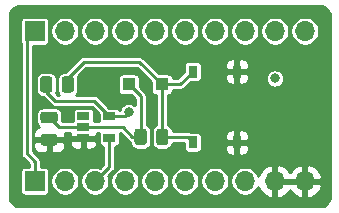
<source format=gbr>
G04 #@! TF.GenerationSoftware,KiCad,Pcbnew,(5.1.9-0-10_14)*
G04 #@! TF.CreationDate,2021-04-08T16:46:49-05:00*
G04 #@! TF.ProjectId,Switch Helper,53776974-6368-4204-9865-6c7065722e6b,1*
G04 #@! TF.SameCoordinates,Original*
G04 #@! TF.FileFunction,Copper,L1,Top*
G04 #@! TF.FilePolarity,Positive*
%FSLAX46Y46*%
G04 Gerber Fmt 4.6, Leading zero omitted, Abs format (unit mm)*
G04 Created by KiCad (PCBNEW (5.1.9-0-10_14)) date 2021-04-08 16:46:49*
%MOMM*%
%LPD*%
G01*
G04 APERTURE LIST*
G04 #@! TA.AperFunction,SMDPad,CuDef*
%ADD10R,0.750000X1.000000*%
G04 #@! TD*
G04 #@! TA.AperFunction,ComponentPad*
%ADD11R,1.700000X1.700000*%
G04 #@! TD*
G04 #@! TA.AperFunction,ComponentPad*
%ADD12O,1.700000X1.700000*%
G04 #@! TD*
G04 #@! TA.AperFunction,SMDPad,CuDef*
%ADD13R,1.100000X1.100000*%
G04 #@! TD*
G04 #@! TA.AperFunction,SMDPad,CuDef*
%ADD14R,1.060000X0.650000*%
G04 #@! TD*
G04 #@! TA.AperFunction,ViaPad*
%ADD15C,0.800000*%
G04 #@! TD*
G04 #@! TA.AperFunction,Conductor*
%ADD16C,0.250000*%
G04 #@! TD*
G04 #@! TA.AperFunction,Conductor*
%ADD17C,0.254000*%
G04 #@! TD*
G04 #@! TA.AperFunction,Conductor*
%ADD18C,0.100000*%
G04 #@! TD*
G04 APERTURE END LIST*
D10*
X137825000Y-88153500D03*
X137825000Y-82153500D03*
X141575000Y-88153500D03*
X141575000Y-82153500D03*
D11*
X124460000Y-78740000D03*
D12*
X127000000Y-78740000D03*
X129540000Y-78740000D03*
X132080000Y-78740000D03*
X134620000Y-78740000D03*
X137160000Y-78740000D03*
X139700000Y-78740000D03*
X142240000Y-78740000D03*
X144780000Y-78740000D03*
X147320000Y-78740000D03*
X147320000Y-91440000D03*
X144780000Y-91440000D03*
X142240000Y-91440000D03*
X139700000Y-91440000D03*
X137160000Y-91440000D03*
X134620000Y-91440000D03*
X132080000Y-91440000D03*
X129540000Y-91440000D03*
X127000000Y-91440000D03*
D11*
X124460000Y-91440000D03*
G04 #@! TA.AperFunction,SMDPad,CuDef*
G36*
G01*
X125191500Y-85545000D02*
X126141500Y-85545000D01*
G75*
G02*
X126391500Y-85795000I0J-250000D01*
G01*
X126391500Y-86295000D01*
G75*
G02*
X126141500Y-86545000I-250000J0D01*
G01*
X125191500Y-86545000D01*
G75*
G02*
X124941500Y-86295000I0J250000D01*
G01*
X124941500Y-85795000D01*
G75*
G02*
X125191500Y-85545000I250000J0D01*
G01*
G37*
G04 #@! TD.AperFunction*
G04 #@! TA.AperFunction,SMDPad,CuDef*
G36*
G01*
X125191500Y-87445000D02*
X126141500Y-87445000D01*
G75*
G02*
X126391500Y-87695000I0J-250000D01*
G01*
X126391500Y-88195000D01*
G75*
G02*
X126141500Y-88445000I-250000J0D01*
G01*
X125191500Y-88445000D01*
G75*
G02*
X124941500Y-88195000I0J250000D01*
G01*
X124941500Y-87695000D01*
G75*
G02*
X125191500Y-87445000I250000J0D01*
G01*
G37*
G04 #@! TD.AperFunction*
D13*
X132397500Y-83248500D03*
X135197500Y-83248500D03*
G04 #@! TA.AperFunction,SMDPad,CuDef*
G36*
G01*
X124916500Y-83698501D02*
X124916500Y-82798499D01*
G75*
G02*
X125166499Y-82548500I249999J0D01*
G01*
X125691501Y-82548500D01*
G75*
G02*
X125941500Y-82798499I0J-249999D01*
G01*
X125941500Y-83698501D01*
G75*
G02*
X125691501Y-83948500I-249999J0D01*
G01*
X125166499Y-83948500D01*
G75*
G02*
X124916500Y-83698501I0J249999D01*
G01*
G37*
G04 #@! TD.AperFunction*
G04 #@! TA.AperFunction,SMDPad,CuDef*
G36*
G01*
X126741500Y-83698501D02*
X126741500Y-82798499D01*
G75*
G02*
X126991499Y-82548500I249999J0D01*
G01*
X127516501Y-82548500D01*
G75*
G02*
X127766500Y-82798499I0J-249999D01*
G01*
X127766500Y-83698501D01*
G75*
G02*
X127516501Y-83948500I-249999J0D01*
G01*
X126991499Y-83948500D01*
G75*
G02*
X126741500Y-83698501I0J249999D01*
G01*
G37*
G04 #@! TD.AperFunction*
G04 #@! TA.AperFunction,SMDPad,CuDef*
G36*
G01*
X134726000Y-88143501D02*
X134726000Y-87243499D01*
G75*
G02*
X134975999Y-86993500I249999J0D01*
G01*
X135501001Y-86993500D01*
G75*
G02*
X135751000Y-87243499I0J-249999D01*
G01*
X135751000Y-88143501D01*
G75*
G02*
X135501001Y-88393500I-249999J0D01*
G01*
X134975999Y-88393500D01*
G75*
G02*
X134726000Y-88143501I0J249999D01*
G01*
G37*
G04 #@! TD.AperFunction*
G04 #@! TA.AperFunction,SMDPad,CuDef*
G36*
G01*
X132901000Y-88143501D02*
X132901000Y-87243499D01*
G75*
G02*
X133150999Y-86993500I249999J0D01*
G01*
X133676001Y-86993500D01*
G75*
G02*
X133926000Y-87243499I0J-249999D01*
G01*
X133926000Y-88143501D01*
G75*
G02*
X133676001Y-88393500I-249999J0D01*
G01*
X133150999Y-88393500D01*
G75*
G02*
X132901000Y-88143501I0J249999D01*
G01*
G37*
G04 #@! TD.AperFunction*
D14*
X128567000Y-85918000D03*
X128567000Y-86868000D03*
X128567000Y-87818000D03*
X130767000Y-87818000D03*
X130767000Y-85918000D03*
D15*
X129857500Y-82677000D03*
X144907000Y-87376000D03*
X132397500Y-85598000D03*
X144780000Y-82740500D03*
D16*
X127254000Y-83248500D02*
X127254000Y-82677000D01*
X127254000Y-82677000D02*
X128587500Y-81343500D01*
X133292500Y-81343500D02*
X135197500Y-83248500D01*
X128587500Y-81343500D02*
X133292500Y-81343500D01*
X136730000Y-83248500D02*
X137825000Y-82153500D01*
X135197500Y-83248500D02*
X136730000Y-83248500D01*
X135197500Y-87652500D02*
X135238500Y-87693500D01*
X135197500Y-83248500D02*
X135197500Y-87652500D01*
X137365000Y-87693500D02*
X137825000Y-88153500D01*
X135238500Y-87693500D02*
X137365000Y-87693500D01*
X133413500Y-84264500D02*
X132397500Y-83248500D01*
X133413500Y-87693500D02*
X133413500Y-84264500D01*
X133413500Y-87693500D02*
X132715000Y-87693500D01*
X131889500Y-86868000D02*
X128567000Y-86868000D01*
X132715000Y-87693500D02*
X131889500Y-86868000D01*
X126489500Y-86868000D02*
X128567000Y-86868000D01*
X125666500Y-86045000D02*
X126489500Y-86868000D01*
X130767000Y-90213000D02*
X129540000Y-91440000D01*
X130767000Y-87818000D02*
X130767000Y-90213000D01*
X124460000Y-91440000D02*
X124460000Y-89789000D01*
X124460000Y-89789000D02*
X123761500Y-89090500D01*
X123761500Y-79438500D02*
X124460000Y-78740000D01*
X123761500Y-89090500D02*
X123761500Y-79438500D01*
X132077500Y-85918000D02*
X132397500Y-85598000D01*
X130767000Y-85918000D02*
X132077500Y-85918000D01*
X125429000Y-83248500D02*
X125429000Y-83900000D01*
X125429000Y-83900000D02*
X126174500Y-84645500D01*
X129494500Y-84645500D02*
X130767000Y-85918000D01*
X126174500Y-84645500D02*
X129494500Y-84645500D01*
D17*
X148757441Y-76624364D02*
X148918501Y-76672992D01*
X149067054Y-76751979D01*
X149197430Y-76858310D01*
X149304674Y-76987946D01*
X149384695Y-77135942D01*
X149434446Y-77296661D01*
X149454001Y-77482716D01*
X149454000Y-92690146D01*
X149435636Y-92877441D01*
X149387008Y-93038503D01*
X149308023Y-93187051D01*
X149201689Y-93317430D01*
X149072054Y-93424674D01*
X148924058Y-93504695D01*
X148763339Y-93554446D01*
X148577293Y-93574000D01*
X123209854Y-93574000D01*
X123022559Y-93555636D01*
X122861497Y-93507008D01*
X122712949Y-93428023D01*
X122582570Y-93321689D01*
X122475326Y-93192054D01*
X122395305Y-93044058D01*
X122345554Y-92883339D01*
X122326000Y-92697293D01*
X122326000Y-77890000D01*
X123227157Y-77890000D01*
X123227157Y-79590000D01*
X123234513Y-79664689D01*
X123255501Y-79733877D01*
X123255500Y-89065654D01*
X123253053Y-89090500D01*
X123255500Y-89115346D01*
X123255500Y-89115353D01*
X123262822Y-89189692D01*
X123291755Y-89285074D01*
X123338741Y-89372979D01*
X123401973Y-89450027D01*
X123421285Y-89465876D01*
X123954001Y-89998593D01*
X123954001Y-90207157D01*
X123610000Y-90207157D01*
X123535311Y-90214513D01*
X123463492Y-90236299D01*
X123397304Y-90271678D01*
X123339289Y-90319289D01*
X123291678Y-90377304D01*
X123256299Y-90443492D01*
X123234513Y-90515311D01*
X123227157Y-90590000D01*
X123227157Y-92290000D01*
X123234513Y-92364689D01*
X123256299Y-92436508D01*
X123291678Y-92502696D01*
X123339289Y-92560711D01*
X123397304Y-92608322D01*
X123463492Y-92643701D01*
X123535311Y-92665487D01*
X123610000Y-92672843D01*
X125310000Y-92672843D01*
X125384689Y-92665487D01*
X125456508Y-92643701D01*
X125522696Y-92608322D01*
X125580711Y-92560711D01*
X125628322Y-92502696D01*
X125663701Y-92436508D01*
X125685487Y-92364689D01*
X125692843Y-92290000D01*
X125692843Y-91318757D01*
X125769000Y-91318757D01*
X125769000Y-91561243D01*
X125816307Y-91799069D01*
X125909102Y-92023097D01*
X126043820Y-92224717D01*
X126215283Y-92396180D01*
X126416903Y-92530898D01*
X126640931Y-92623693D01*
X126878757Y-92671000D01*
X127121243Y-92671000D01*
X127359069Y-92623693D01*
X127583097Y-92530898D01*
X127784717Y-92396180D01*
X127956180Y-92224717D01*
X128090898Y-92023097D01*
X128183693Y-91799069D01*
X128231000Y-91561243D01*
X128231000Y-91318757D01*
X128183693Y-91080931D01*
X128090898Y-90856903D01*
X127956180Y-90655283D01*
X127784717Y-90483820D01*
X127583097Y-90349102D01*
X127359069Y-90256307D01*
X127121243Y-90209000D01*
X126878757Y-90209000D01*
X126640931Y-90256307D01*
X126416903Y-90349102D01*
X126215283Y-90483820D01*
X126043820Y-90655283D01*
X125909102Y-90856903D01*
X125816307Y-91080931D01*
X125769000Y-91318757D01*
X125692843Y-91318757D01*
X125692843Y-90590000D01*
X125685487Y-90515311D01*
X125663701Y-90443492D01*
X125628322Y-90377304D01*
X125580711Y-90319289D01*
X125522696Y-90271678D01*
X125456508Y-90236299D01*
X125384689Y-90214513D01*
X125310000Y-90207157D01*
X124966000Y-90207157D01*
X124966000Y-89813845D01*
X124968447Y-89788999D01*
X124966000Y-89764153D01*
X124966000Y-89764146D01*
X124958678Y-89689807D01*
X124929745Y-89594425D01*
X124882759Y-89506521D01*
X124819527Y-89429473D01*
X124800220Y-89413628D01*
X124267500Y-88880909D01*
X124267500Y-88445000D01*
X124303428Y-88445000D01*
X124315688Y-88569482D01*
X124351998Y-88689180D01*
X124410963Y-88799494D01*
X124490315Y-88896185D01*
X124587006Y-88975537D01*
X124697320Y-89034502D01*
X124817018Y-89070812D01*
X124941500Y-89083072D01*
X125380750Y-89080000D01*
X125539500Y-88921250D01*
X125539500Y-88072000D01*
X125793500Y-88072000D01*
X125793500Y-88921250D01*
X125952250Y-89080000D01*
X126391500Y-89083072D01*
X126515982Y-89070812D01*
X126635680Y-89034502D01*
X126745994Y-88975537D01*
X126842685Y-88896185D01*
X126922037Y-88799494D01*
X126981002Y-88689180D01*
X127017312Y-88569482D01*
X127029572Y-88445000D01*
X127026500Y-88230750D01*
X126938750Y-88143000D01*
X127398928Y-88143000D01*
X127411188Y-88267482D01*
X127447498Y-88387180D01*
X127506463Y-88497494D01*
X127585815Y-88594185D01*
X127682506Y-88673537D01*
X127792820Y-88732502D01*
X127912518Y-88768812D01*
X128037000Y-88781072D01*
X128281250Y-88778000D01*
X128440000Y-88619250D01*
X128440000Y-87945000D01*
X128694000Y-87945000D01*
X128694000Y-88619250D01*
X128852750Y-88778000D01*
X129097000Y-88781072D01*
X129221482Y-88768812D01*
X129341180Y-88732502D01*
X129451494Y-88673537D01*
X129548185Y-88594185D01*
X129627537Y-88497494D01*
X129686502Y-88387180D01*
X129722812Y-88267482D01*
X129735072Y-88143000D01*
X129732000Y-88103750D01*
X129573250Y-87945000D01*
X128694000Y-87945000D01*
X128440000Y-87945000D01*
X127560750Y-87945000D01*
X127402000Y-88103750D01*
X127398928Y-88143000D01*
X126938750Y-88143000D01*
X126867750Y-88072000D01*
X125793500Y-88072000D01*
X125539500Y-88072000D01*
X124465250Y-88072000D01*
X124306500Y-88230750D01*
X124303428Y-88445000D01*
X124267500Y-88445000D01*
X124267500Y-87445000D01*
X124303428Y-87445000D01*
X124306500Y-87659250D01*
X124465250Y-87818000D01*
X125539500Y-87818000D01*
X125539500Y-87798000D01*
X125793500Y-87798000D01*
X125793500Y-87818000D01*
X126867750Y-87818000D01*
X127026500Y-87659250D01*
X127029572Y-87445000D01*
X127022579Y-87374000D01*
X127410648Y-87374000D01*
X127398928Y-87493000D01*
X127402000Y-87532250D01*
X127560750Y-87691000D01*
X128440000Y-87691000D01*
X128440000Y-87671000D01*
X128694000Y-87671000D01*
X128694000Y-87691000D01*
X129573250Y-87691000D01*
X129732000Y-87532250D01*
X129735072Y-87493000D01*
X129723352Y-87374000D01*
X129874955Y-87374000D01*
X129861513Y-87418311D01*
X129854157Y-87493000D01*
X129854157Y-88143000D01*
X129861513Y-88217689D01*
X129883299Y-88289508D01*
X129918678Y-88355696D01*
X129966289Y-88413711D01*
X130024304Y-88461322D01*
X130090492Y-88496701D01*
X130162311Y-88518487D01*
X130237000Y-88525843D01*
X130261000Y-88525843D01*
X130261001Y-90003407D01*
X129976167Y-90288242D01*
X129899069Y-90256307D01*
X129661243Y-90209000D01*
X129418757Y-90209000D01*
X129180931Y-90256307D01*
X128956903Y-90349102D01*
X128755283Y-90483820D01*
X128583820Y-90655283D01*
X128449102Y-90856903D01*
X128356307Y-91080931D01*
X128309000Y-91318757D01*
X128309000Y-91561243D01*
X128356307Y-91799069D01*
X128449102Y-92023097D01*
X128583820Y-92224717D01*
X128755283Y-92396180D01*
X128956903Y-92530898D01*
X129180931Y-92623693D01*
X129418757Y-92671000D01*
X129661243Y-92671000D01*
X129899069Y-92623693D01*
X130123097Y-92530898D01*
X130324717Y-92396180D01*
X130496180Y-92224717D01*
X130630898Y-92023097D01*
X130723693Y-91799069D01*
X130771000Y-91561243D01*
X130771000Y-91318757D01*
X130849000Y-91318757D01*
X130849000Y-91561243D01*
X130896307Y-91799069D01*
X130989102Y-92023097D01*
X131123820Y-92224717D01*
X131295283Y-92396180D01*
X131496903Y-92530898D01*
X131720931Y-92623693D01*
X131958757Y-92671000D01*
X132201243Y-92671000D01*
X132439069Y-92623693D01*
X132663097Y-92530898D01*
X132864717Y-92396180D01*
X133036180Y-92224717D01*
X133170898Y-92023097D01*
X133263693Y-91799069D01*
X133311000Y-91561243D01*
X133311000Y-91318757D01*
X133389000Y-91318757D01*
X133389000Y-91561243D01*
X133436307Y-91799069D01*
X133529102Y-92023097D01*
X133663820Y-92224717D01*
X133835283Y-92396180D01*
X134036903Y-92530898D01*
X134260931Y-92623693D01*
X134498757Y-92671000D01*
X134741243Y-92671000D01*
X134979069Y-92623693D01*
X135203097Y-92530898D01*
X135404717Y-92396180D01*
X135576180Y-92224717D01*
X135710898Y-92023097D01*
X135803693Y-91799069D01*
X135851000Y-91561243D01*
X135851000Y-91318757D01*
X135929000Y-91318757D01*
X135929000Y-91561243D01*
X135976307Y-91799069D01*
X136069102Y-92023097D01*
X136203820Y-92224717D01*
X136375283Y-92396180D01*
X136576903Y-92530898D01*
X136800931Y-92623693D01*
X137038757Y-92671000D01*
X137281243Y-92671000D01*
X137519069Y-92623693D01*
X137743097Y-92530898D01*
X137944717Y-92396180D01*
X138116180Y-92224717D01*
X138250898Y-92023097D01*
X138343693Y-91799069D01*
X138391000Y-91561243D01*
X138391000Y-91318757D01*
X138469000Y-91318757D01*
X138469000Y-91561243D01*
X138516307Y-91799069D01*
X138609102Y-92023097D01*
X138743820Y-92224717D01*
X138915283Y-92396180D01*
X139116903Y-92530898D01*
X139340931Y-92623693D01*
X139578757Y-92671000D01*
X139821243Y-92671000D01*
X140059069Y-92623693D01*
X140283097Y-92530898D01*
X140484717Y-92396180D01*
X140656180Y-92224717D01*
X140790898Y-92023097D01*
X140883693Y-91799069D01*
X140931000Y-91561243D01*
X140931000Y-91318757D01*
X141009000Y-91318757D01*
X141009000Y-91561243D01*
X141056307Y-91799069D01*
X141149102Y-92023097D01*
X141283820Y-92224717D01*
X141455283Y-92396180D01*
X141656903Y-92530898D01*
X141880931Y-92623693D01*
X142118757Y-92671000D01*
X142361243Y-92671000D01*
X142599069Y-92623693D01*
X142823097Y-92530898D01*
X143024717Y-92396180D01*
X143196180Y-92224717D01*
X143330898Y-92023097D01*
X143378228Y-91908832D01*
X143435843Y-92071252D01*
X143584822Y-92321355D01*
X143779731Y-92537588D01*
X144013080Y-92711641D01*
X144275901Y-92836825D01*
X144423110Y-92881476D01*
X144653000Y-92760155D01*
X144653000Y-91567000D01*
X144907000Y-91567000D01*
X144907000Y-92760155D01*
X145136890Y-92881476D01*
X145284099Y-92836825D01*
X145546920Y-92711641D01*
X145780269Y-92537588D01*
X145975178Y-92321355D01*
X146050000Y-92195745D01*
X146124822Y-92321355D01*
X146319731Y-92537588D01*
X146553080Y-92711641D01*
X146815901Y-92836825D01*
X146963110Y-92881476D01*
X147193000Y-92760155D01*
X147193000Y-91567000D01*
X147447000Y-91567000D01*
X147447000Y-92760155D01*
X147676890Y-92881476D01*
X147824099Y-92836825D01*
X148086920Y-92711641D01*
X148320269Y-92537588D01*
X148515178Y-92321355D01*
X148664157Y-92071252D01*
X148761481Y-91796891D01*
X148640814Y-91567000D01*
X147447000Y-91567000D01*
X147193000Y-91567000D01*
X144907000Y-91567000D01*
X144653000Y-91567000D01*
X144633000Y-91567000D01*
X144633000Y-91313000D01*
X144653000Y-91313000D01*
X144653000Y-90119845D01*
X144907000Y-90119845D01*
X144907000Y-91313000D01*
X147193000Y-91313000D01*
X147193000Y-90119845D01*
X147447000Y-90119845D01*
X147447000Y-91313000D01*
X148640814Y-91313000D01*
X148761481Y-91083109D01*
X148664157Y-90808748D01*
X148515178Y-90558645D01*
X148320269Y-90342412D01*
X148086920Y-90168359D01*
X147824099Y-90043175D01*
X147676890Y-89998524D01*
X147447000Y-90119845D01*
X147193000Y-90119845D01*
X146963110Y-89998524D01*
X146815901Y-90043175D01*
X146553080Y-90168359D01*
X146319731Y-90342412D01*
X146124822Y-90558645D01*
X146050000Y-90684255D01*
X145975178Y-90558645D01*
X145780269Y-90342412D01*
X145546920Y-90168359D01*
X145284099Y-90043175D01*
X145136890Y-89998524D01*
X144907000Y-90119845D01*
X144653000Y-90119845D01*
X144423110Y-89998524D01*
X144275901Y-90043175D01*
X144013080Y-90168359D01*
X143779731Y-90342412D01*
X143584822Y-90558645D01*
X143435843Y-90808748D01*
X143378228Y-90971168D01*
X143330898Y-90856903D01*
X143196180Y-90655283D01*
X143024717Y-90483820D01*
X142823097Y-90349102D01*
X142599069Y-90256307D01*
X142361243Y-90209000D01*
X142118757Y-90209000D01*
X141880931Y-90256307D01*
X141656903Y-90349102D01*
X141455283Y-90483820D01*
X141283820Y-90655283D01*
X141149102Y-90856903D01*
X141056307Y-91080931D01*
X141009000Y-91318757D01*
X140931000Y-91318757D01*
X140883693Y-91080931D01*
X140790898Y-90856903D01*
X140656180Y-90655283D01*
X140484717Y-90483820D01*
X140283097Y-90349102D01*
X140059069Y-90256307D01*
X139821243Y-90209000D01*
X139578757Y-90209000D01*
X139340931Y-90256307D01*
X139116903Y-90349102D01*
X138915283Y-90483820D01*
X138743820Y-90655283D01*
X138609102Y-90856903D01*
X138516307Y-91080931D01*
X138469000Y-91318757D01*
X138391000Y-91318757D01*
X138343693Y-91080931D01*
X138250898Y-90856903D01*
X138116180Y-90655283D01*
X137944717Y-90483820D01*
X137743097Y-90349102D01*
X137519069Y-90256307D01*
X137281243Y-90209000D01*
X137038757Y-90209000D01*
X136800931Y-90256307D01*
X136576903Y-90349102D01*
X136375283Y-90483820D01*
X136203820Y-90655283D01*
X136069102Y-90856903D01*
X135976307Y-91080931D01*
X135929000Y-91318757D01*
X135851000Y-91318757D01*
X135803693Y-91080931D01*
X135710898Y-90856903D01*
X135576180Y-90655283D01*
X135404717Y-90483820D01*
X135203097Y-90349102D01*
X134979069Y-90256307D01*
X134741243Y-90209000D01*
X134498757Y-90209000D01*
X134260931Y-90256307D01*
X134036903Y-90349102D01*
X133835283Y-90483820D01*
X133663820Y-90655283D01*
X133529102Y-90856903D01*
X133436307Y-91080931D01*
X133389000Y-91318757D01*
X133311000Y-91318757D01*
X133263693Y-91080931D01*
X133170898Y-90856903D01*
X133036180Y-90655283D01*
X132864717Y-90483820D01*
X132663097Y-90349102D01*
X132439069Y-90256307D01*
X132201243Y-90209000D01*
X131958757Y-90209000D01*
X131720931Y-90256307D01*
X131496903Y-90349102D01*
X131295283Y-90483820D01*
X131123820Y-90655283D01*
X130989102Y-90856903D01*
X130896307Y-91080931D01*
X130849000Y-91318757D01*
X130771000Y-91318757D01*
X130723693Y-91080931D01*
X130691758Y-91003833D01*
X131107220Y-90588372D01*
X131126527Y-90572527D01*
X131189759Y-90495479D01*
X131236745Y-90407575D01*
X131265678Y-90312193D01*
X131273000Y-90237854D01*
X131273000Y-90237847D01*
X131275447Y-90213001D01*
X131273000Y-90188155D01*
X131273000Y-88525843D01*
X131297000Y-88525843D01*
X131371689Y-88518487D01*
X131443508Y-88496701D01*
X131509696Y-88461322D01*
X131567711Y-88413711D01*
X131615322Y-88355696D01*
X131650701Y-88289508D01*
X131672487Y-88217689D01*
X131679843Y-88143000D01*
X131679843Y-87493000D01*
X131672487Y-87418311D01*
X131659045Y-87374000D01*
X131679909Y-87374000D01*
X132339628Y-88033720D01*
X132355473Y-88053027D01*
X132432521Y-88116259D01*
X132520084Y-88163063D01*
X132530317Y-88266962D01*
X132566329Y-88385679D01*
X132624810Y-88495089D01*
X132703512Y-88590988D01*
X132799411Y-88669690D01*
X132908821Y-88728171D01*
X133027538Y-88764183D01*
X133150999Y-88776343D01*
X133676001Y-88776343D01*
X133799462Y-88764183D01*
X133918179Y-88728171D01*
X134027589Y-88669690D01*
X134123488Y-88590988D01*
X134202190Y-88495089D01*
X134260671Y-88385679D01*
X134296683Y-88266962D01*
X134308843Y-88143501D01*
X134308843Y-87243499D01*
X134296683Y-87120038D01*
X134260671Y-87001321D01*
X134202190Y-86891911D01*
X134123488Y-86796012D01*
X134027589Y-86717310D01*
X133919500Y-86659535D01*
X133919500Y-84289346D01*
X133921947Y-84264500D01*
X133919500Y-84239654D01*
X133919500Y-84239646D01*
X133912178Y-84165307D01*
X133883245Y-84069925D01*
X133836259Y-83982021D01*
X133773027Y-83904973D01*
X133753720Y-83889128D01*
X133330343Y-83465751D01*
X133330343Y-82698500D01*
X133322987Y-82623811D01*
X133301201Y-82551992D01*
X133265822Y-82485804D01*
X133218211Y-82427789D01*
X133160196Y-82380178D01*
X133094008Y-82344799D01*
X133022189Y-82323013D01*
X132947500Y-82315657D01*
X131847500Y-82315657D01*
X131772811Y-82323013D01*
X131700992Y-82344799D01*
X131634804Y-82380178D01*
X131576789Y-82427789D01*
X131529178Y-82485804D01*
X131493799Y-82551992D01*
X131472013Y-82623811D01*
X131464657Y-82698500D01*
X131464657Y-83798500D01*
X131472013Y-83873189D01*
X131493799Y-83945008D01*
X131529178Y-84011196D01*
X131576789Y-84069211D01*
X131634804Y-84116822D01*
X131700992Y-84152201D01*
X131772811Y-84173987D01*
X131847500Y-84181343D01*
X132614751Y-84181343D01*
X132907501Y-84474093D01*
X132907501Y-85003500D01*
X132895359Y-84991358D01*
X132767442Y-84905887D01*
X132625309Y-84847013D01*
X132474422Y-84817000D01*
X132320578Y-84817000D01*
X132169691Y-84847013D01*
X132027558Y-84905887D01*
X131899641Y-84991358D01*
X131790858Y-85100141D01*
X131705387Y-85228058D01*
X131646513Y-85370191D01*
X131638197Y-85412000D01*
X131632264Y-85412000D01*
X131615322Y-85380304D01*
X131567711Y-85322289D01*
X131509696Y-85274678D01*
X131443508Y-85239299D01*
X131371689Y-85217513D01*
X131297000Y-85210157D01*
X130774749Y-85210157D01*
X129869876Y-84305285D01*
X129854027Y-84285973D01*
X129776979Y-84222741D01*
X129689075Y-84175755D01*
X129593693Y-84146822D01*
X129519354Y-84139500D01*
X129519346Y-84139500D01*
X129494500Y-84137053D01*
X129469654Y-84139500D01*
X127969313Y-84139500D01*
X128042690Y-84050089D01*
X128101171Y-83940679D01*
X128137183Y-83821962D01*
X128149343Y-83698501D01*
X128149343Y-82798499D01*
X128137183Y-82675038D01*
X128101171Y-82556321D01*
X128097374Y-82549217D01*
X128797092Y-81849500D01*
X133082909Y-81849500D01*
X134264657Y-83031249D01*
X134264657Y-83798500D01*
X134272013Y-83873189D01*
X134293799Y-83945008D01*
X134329178Y-84011196D01*
X134376789Y-84069211D01*
X134434804Y-84116822D01*
X134500992Y-84152201D01*
X134572811Y-84173987D01*
X134647500Y-84181343D01*
X134691500Y-84181343D01*
X134691501Y-86681450D01*
X134624411Y-86717310D01*
X134528512Y-86796012D01*
X134449810Y-86891911D01*
X134391329Y-87001321D01*
X134355317Y-87120038D01*
X134343157Y-87243499D01*
X134343157Y-88143501D01*
X134355317Y-88266962D01*
X134391329Y-88385679D01*
X134449810Y-88495089D01*
X134528512Y-88590988D01*
X134624411Y-88669690D01*
X134733821Y-88728171D01*
X134852538Y-88764183D01*
X134975999Y-88776343D01*
X135501001Y-88776343D01*
X135624462Y-88764183D01*
X135743179Y-88728171D01*
X135852589Y-88669690D01*
X135948488Y-88590988D01*
X136027190Y-88495089D01*
X136085671Y-88385679D01*
X136121683Y-88266962D01*
X136128328Y-88199500D01*
X137067157Y-88199500D01*
X137067157Y-88653500D01*
X137074513Y-88728189D01*
X137096299Y-88800008D01*
X137131678Y-88866196D01*
X137179289Y-88924211D01*
X137237304Y-88971822D01*
X137303492Y-89007201D01*
X137375311Y-89028987D01*
X137450000Y-89036343D01*
X138200000Y-89036343D01*
X138274689Y-89028987D01*
X138346508Y-89007201D01*
X138412696Y-88971822D01*
X138470711Y-88924211D01*
X138518322Y-88866196D01*
X138553701Y-88800008D01*
X138575487Y-88728189D01*
X138582843Y-88653500D01*
X140561928Y-88653500D01*
X140574188Y-88777982D01*
X140610498Y-88897680D01*
X140669463Y-89007994D01*
X140748815Y-89104685D01*
X140845506Y-89184037D01*
X140955820Y-89243002D01*
X141075518Y-89279312D01*
X141200000Y-89291572D01*
X141289250Y-89288500D01*
X141448000Y-89129750D01*
X141448000Y-88280500D01*
X141702000Y-88280500D01*
X141702000Y-89129750D01*
X141860750Y-89288500D01*
X141950000Y-89291572D01*
X142074482Y-89279312D01*
X142194180Y-89243002D01*
X142304494Y-89184037D01*
X142401185Y-89104685D01*
X142480537Y-89007994D01*
X142539502Y-88897680D01*
X142575812Y-88777982D01*
X142588072Y-88653500D01*
X142585000Y-88439250D01*
X142426250Y-88280500D01*
X141702000Y-88280500D01*
X141448000Y-88280500D01*
X140723750Y-88280500D01*
X140565000Y-88439250D01*
X140561928Y-88653500D01*
X138582843Y-88653500D01*
X138582843Y-87653500D01*
X140561928Y-87653500D01*
X140565000Y-87867750D01*
X140723750Y-88026500D01*
X141448000Y-88026500D01*
X141448000Y-87177250D01*
X141702000Y-87177250D01*
X141702000Y-88026500D01*
X142426250Y-88026500D01*
X142585000Y-87867750D01*
X142588072Y-87653500D01*
X142575812Y-87529018D01*
X142539502Y-87409320D01*
X142480537Y-87299006D01*
X142401185Y-87202315D01*
X142304494Y-87122963D01*
X142194180Y-87063998D01*
X142074482Y-87027688D01*
X141950000Y-87015428D01*
X141860750Y-87018500D01*
X141702000Y-87177250D01*
X141448000Y-87177250D01*
X141289250Y-87018500D01*
X141200000Y-87015428D01*
X141075518Y-87027688D01*
X140955820Y-87063998D01*
X140845506Y-87122963D01*
X140748815Y-87202315D01*
X140669463Y-87299006D01*
X140610498Y-87409320D01*
X140574188Y-87529018D01*
X140561928Y-87653500D01*
X138582843Y-87653500D01*
X138575487Y-87578811D01*
X138553701Y-87506992D01*
X138518322Y-87440804D01*
X138470711Y-87382789D01*
X138412696Y-87335178D01*
X138346508Y-87299799D01*
X138274689Y-87278013D01*
X138200000Y-87270657D01*
X137647322Y-87270657D01*
X137559575Y-87223755D01*
X137464193Y-87194822D01*
X137389854Y-87187500D01*
X137389846Y-87187500D01*
X137365000Y-87185053D01*
X137340154Y-87187500D01*
X136128328Y-87187500D01*
X136121683Y-87120038D01*
X136085671Y-87001321D01*
X136027190Y-86891911D01*
X135948488Y-86796012D01*
X135852589Y-86717310D01*
X135743179Y-86658829D01*
X135703500Y-86646793D01*
X135703500Y-84181343D01*
X135747500Y-84181343D01*
X135822189Y-84173987D01*
X135894008Y-84152201D01*
X135960196Y-84116822D01*
X136018211Y-84069211D01*
X136065822Y-84011196D01*
X136101201Y-83945008D01*
X136122987Y-83873189D01*
X136130343Y-83798500D01*
X136130343Y-83754500D01*
X136705154Y-83754500D01*
X136730000Y-83756947D01*
X136754846Y-83754500D01*
X136754854Y-83754500D01*
X136829193Y-83747178D01*
X136924575Y-83718245D01*
X137012479Y-83671259D01*
X137089527Y-83608027D01*
X137105376Y-83588715D01*
X137657749Y-83036343D01*
X138200000Y-83036343D01*
X138274689Y-83028987D01*
X138346508Y-83007201D01*
X138412696Y-82971822D01*
X138470711Y-82924211D01*
X138518322Y-82866196D01*
X138553701Y-82800008D01*
X138575487Y-82728189D01*
X138582843Y-82653500D01*
X140561928Y-82653500D01*
X140574188Y-82777982D01*
X140610498Y-82897680D01*
X140669463Y-83007994D01*
X140748815Y-83104685D01*
X140845506Y-83184037D01*
X140955820Y-83243002D01*
X141075518Y-83279312D01*
X141200000Y-83291572D01*
X141289250Y-83288500D01*
X141448000Y-83129750D01*
X141448000Y-82280500D01*
X141702000Y-82280500D01*
X141702000Y-83129750D01*
X141860750Y-83288500D01*
X141950000Y-83291572D01*
X142074482Y-83279312D01*
X142194180Y-83243002D01*
X142304494Y-83184037D01*
X142401185Y-83104685D01*
X142480537Y-83007994D01*
X142539502Y-82897680D01*
X142575812Y-82777982D01*
X142587079Y-82663578D01*
X143999000Y-82663578D01*
X143999000Y-82817422D01*
X144029013Y-82968309D01*
X144087887Y-83110442D01*
X144173358Y-83238359D01*
X144282141Y-83347142D01*
X144410058Y-83432613D01*
X144552191Y-83491487D01*
X144703078Y-83521500D01*
X144856922Y-83521500D01*
X145007809Y-83491487D01*
X145149942Y-83432613D01*
X145277859Y-83347142D01*
X145386642Y-83238359D01*
X145472113Y-83110442D01*
X145530987Y-82968309D01*
X145561000Y-82817422D01*
X145561000Y-82663578D01*
X145530987Y-82512691D01*
X145472113Y-82370558D01*
X145386642Y-82242641D01*
X145277859Y-82133858D01*
X145149942Y-82048387D01*
X145007809Y-81989513D01*
X144856922Y-81959500D01*
X144703078Y-81959500D01*
X144552191Y-81989513D01*
X144410058Y-82048387D01*
X144282141Y-82133858D01*
X144173358Y-82242641D01*
X144087887Y-82370558D01*
X144029013Y-82512691D01*
X143999000Y-82663578D01*
X142587079Y-82663578D01*
X142588072Y-82653500D01*
X142585000Y-82439250D01*
X142426250Y-82280500D01*
X141702000Y-82280500D01*
X141448000Y-82280500D01*
X140723750Y-82280500D01*
X140565000Y-82439250D01*
X140561928Y-82653500D01*
X138582843Y-82653500D01*
X138582843Y-81653500D01*
X140561928Y-81653500D01*
X140565000Y-81867750D01*
X140723750Y-82026500D01*
X141448000Y-82026500D01*
X141448000Y-81177250D01*
X141702000Y-81177250D01*
X141702000Y-82026500D01*
X142426250Y-82026500D01*
X142585000Y-81867750D01*
X142588072Y-81653500D01*
X142575812Y-81529018D01*
X142539502Y-81409320D01*
X142480537Y-81299006D01*
X142401185Y-81202315D01*
X142304494Y-81122963D01*
X142194180Y-81063998D01*
X142074482Y-81027688D01*
X141950000Y-81015428D01*
X141860750Y-81018500D01*
X141702000Y-81177250D01*
X141448000Y-81177250D01*
X141289250Y-81018500D01*
X141200000Y-81015428D01*
X141075518Y-81027688D01*
X140955820Y-81063998D01*
X140845506Y-81122963D01*
X140748815Y-81202315D01*
X140669463Y-81299006D01*
X140610498Y-81409320D01*
X140574188Y-81529018D01*
X140561928Y-81653500D01*
X138582843Y-81653500D01*
X138575487Y-81578811D01*
X138553701Y-81506992D01*
X138518322Y-81440804D01*
X138470711Y-81382789D01*
X138412696Y-81335178D01*
X138346508Y-81299799D01*
X138274689Y-81278013D01*
X138200000Y-81270657D01*
X137450000Y-81270657D01*
X137375311Y-81278013D01*
X137303492Y-81299799D01*
X137237304Y-81335178D01*
X137179289Y-81382789D01*
X137131678Y-81440804D01*
X137096299Y-81506992D01*
X137074513Y-81578811D01*
X137067157Y-81653500D01*
X137067157Y-82195751D01*
X136520409Y-82742500D01*
X136130343Y-82742500D01*
X136130343Y-82698500D01*
X136122987Y-82623811D01*
X136101201Y-82551992D01*
X136065822Y-82485804D01*
X136018211Y-82427789D01*
X135960196Y-82380178D01*
X135894008Y-82344799D01*
X135822189Y-82323013D01*
X135747500Y-82315657D01*
X134980249Y-82315657D01*
X133667876Y-81003285D01*
X133652027Y-80983973D01*
X133574979Y-80920741D01*
X133487075Y-80873755D01*
X133391693Y-80844822D01*
X133317354Y-80837500D01*
X133317346Y-80837500D01*
X133292500Y-80835053D01*
X133267654Y-80837500D01*
X128612354Y-80837500D01*
X128587500Y-80835052D01*
X128562646Y-80837500D01*
X128488307Y-80844822D01*
X128392925Y-80873755D01*
X128305021Y-80920741D01*
X128227973Y-80983973D01*
X128212128Y-81003280D01*
X127049752Y-82165657D01*
X126991499Y-82165657D01*
X126868038Y-82177817D01*
X126749321Y-82213829D01*
X126639911Y-82272310D01*
X126544012Y-82351012D01*
X126465310Y-82446911D01*
X126406829Y-82556321D01*
X126370817Y-82675038D01*
X126358657Y-82798499D01*
X126358657Y-83698501D01*
X126370817Y-83821962D01*
X126406829Y-83940679D01*
X126465310Y-84050089D01*
X126538687Y-84139500D01*
X126384092Y-84139500D01*
X126244508Y-83999916D01*
X126276171Y-83940679D01*
X126312183Y-83821962D01*
X126324343Y-83698501D01*
X126324343Y-82798499D01*
X126312183Y-82675038D01*
X126276171Y-82556321D01*
X126217690Y-82446911D01*
X126138988Y-82351012D01*
X126043089Y-82272310D01*
X125933679Y-82213829D01*
X125814962Y-82177817D01*
X125691501Y-82165657D01*
X125166499Y-82165657D01*
X125043038Y-82177817D01*
X124924321Y-82213829D01*
X124814911Y-82272310D01*
X124719012Y-82351012D01*
X124640310Y-82446911D01*
X124581829Y-82556321D01*
X124545817Y-82675038D01*
X124533657Y-82798499D01*
X124533657Y-83698501D01*
X124545817Y-83821962D01*
X124581829Y-83940679D01*
X124640310Y-84050089D01*
X124719012Y-84145988D01*
X124814911Y-84224690D01*
X124924321Y-84283171D01*
X125043038Y-84319183D01*
X125142376Y-84328967D01*
X125799128Y-84985720D01*
X125814973Y-85005027D01*
X125892021Y-85068259D01*
X125951668Y-85100141D01*
X125979925Y-85115245D01*
X126075306Y-85144178D01*
X126085194Y-85145152D01*
X126149646Y-85151500D01*
X126149653Y-85151500D01*
X126174499Y-85153947D01*
X126199345Y-85151500D01*
X129284909Y-85151500D01*
X129854157Y-85720749D01*
X129854157Y-86243000D01*
X129861513Y-86317689D01*
X129874955Y-86362000D01*
X129459045Y-86362000D01*
X129472487Y-86317689D01*
X129479843Y-86243000D01*
X129479843Y-85593000D01*
X129472487Y-85518311D01*
X129450701Y-85446492D01*
X129415322Y-85380304D01*
X129367711Y-85322289D01*
X129309696Y-85274678D01*
X129243508Y-85239299D01*
X129171689Y-85217513D01*
X129097000Y-85210157D01*
X128037000Y-85210157D01*
X127962311Y-85217513D01*
X127890492Y-85239299D01*
X127824304Y-85274678D01*
X127766289Y-85322289D01*
X127718678Y-85380304D01*
X127683299Y-85446492D01*
X127661513Y-85518311D01*
X127654157Y-85593000D01*
X127654157Y-86243000D01*
X127661513Y-86317689D01*
X127674955Y-86362000D01*
X126767744Y-86362000D01*
X126774343Y-86295000D01*
X126774343Y-85795000D01*
X126762183Y-85671538D01*
X126726171Y-85552821D01*
X126667690Y-85443411D01*
X126588988Y-85347512D01*
X126493089Y-85268810D01*
X126383679Y-85210329D01*
X126264962Y-85174317D01*
X126141500Y-85162157D01*
X125191500Y-85162157D01*
X125068038Y-85174317D01*
X124949321Y-85210329D01*
X124839911Y-85268810D01*
X124744012Y-85347512D01*
X124665310Y-85443411D01*
X124606829Y-85552821D01*
X124570817Y-85671538D01*
X124558657Y-85795000D01*
X124558657Y-86295000D01*
X124570817Y-86418462D01*
X124606829Y-86537179D01*
X124665310Y-86646589D01*
X124744012Y-86742488D01*
X124835280Y-86817389D01*
X124817018Y-86819188D01*
X124697320Y-86855498D01*
X124587006Y-86914463D01*
X124490315Y-86993815D01*
X124410963Y-87090506D01*
X124351998Y-87200820D01*
X124315688Y-87320518D01*
X124303428Y-87445000D01*
X124267500Y-87445000D01*
X124267500Y-79972843D01*
X125310000Y-79972843D01*
X125384689Y-79965487D01*
X125456508Y-79943701D01*
X125522696Y-79908322D01*
X125580711Y-79860711D01*
X125628322Y-79802696D01*
X125663701Y-79736508D01*
X125685487Y-79664689D01*
X125692843Y-79590000D01*
X125692843Y-78618757D01*
X125769000Y-78618757D01*
X125769000Y-78861243D01*
X125816307Y-79099069D01*
X125909102Y-79323097D01*
X126043820Y-79524717D01*
X126215283Y-79696180D01*
X126416903Y-79830898D01*
X126640931Y-79923693D01*
X126878757Y-79971000D01*
X127121243Y-79971000D01*
X127359069Y-79923693D01*
X127583097Y-79830898D01*
X127784717Y-79696180D01*
X127956180Y-79524717D01*
X128090898Y-79323097D01*
X128183693Y-79099069D01*
X128231000Y-78861243D01*
X128231000Y-78618757D01*
X128309000Y-78618757D01*
X128309000Y-78861243D01*
X128356307Y-79099069D01*
X128449102Y-79323097D01*
X128583820Y-79524717D01*
X128755283Y-79696180D01*
X128956903Y-79830898D01*
X129180931Y-79923693D01*
X129418757Y-79971000D01*
X129661243Y-79971000D01*
X129899069Y-79923693D01*
X130123097Y-79830898D01*
X130324717Y-79696180D01*
X130496180Y-79524717D01*
X130630898Y-79323097D01*
X130723693Y-79099069D01*
X130771000Y-78861243D01*
X130771000Y-78618757D01*
X130849000Y-78618757D01*
X130849000Y-78861243D01*
X130896307Y-79099069D01*
X130989102Y-79323097D01*
X131123820Y-79524717D01*
X131295283Y-79696180D01*
X131496903Y-79830898D01*
X131720931Y-79923693D01*
X131958757Y-79971000D01*
X132201243Y-79971000D01*
X132439069Y-79923693D01*
X132663097Y-79830898D01*
X132864717Y-79696180D01*
X133036180Y-79524717D01*
X133170898Y-79323097D01*
X133263693Y-79099069D01*
X133311000Y-78861243D01*
X133311000Y-78618757D01*
X133389000Y-78618757D01*
X133389000Y-78861243D01*
X133436307Y-79099069D01*
X133529102Y-79323097D01*
X133663820Y-79524717D01*
X133835283Y-79696180D01*
X134036903Y-79830898D01*
X134260931Y-79923693D01*
X134498757Y-79971000D01*
X134741243Y-79971000D01*
X134979069Y-79923693D01*
X135203097Y-79830898D01*
X135404717Y-79696180D01*
X135576180Y-79524717D01*
X135710898Y-79323097D01*
X135803693Y-79099069D01*
X135851000Y-78861243D01*
X135851000Y-78618757D01*
X135929000Y-78618757D01*
X135929000Y-78861243D01*
X135976307Y-79099069D01*
X136069102Y-79323097D01*
X136203820Y-79524717D01*
X136375283Y-79696180D01*
X136576903Y-79830898D01*
X136800931Y-79923693D01*
X137038757Y-79971000D01*
X137281243Y-79971000D01*
X137519069Y-79923693D01*
X137743097Y-79830898D01*
X137944717Y-79696180D01*
X138116180Y-79524717D01*
X138250898Y-79323097D01*
X138343693Y-79099069D01*
X138391000Y-78861243D01*
X138391000Y-78618757D01*
X138469000Y-78618757D01*
X138469000Y-78861243D01*
X138516307Y-79099069D01*
X138609102Y-79323097D01*
X138743820Y-79524717D01*
X138915283Y-79696180D01*
X139116903Y-79830898D01*
X139340931Y-79923693D01*
X139578757Y-79971000D01*
X139821243Y-79971000D01*
X140059069Y-79923693D01*
X140283097Y-79830898D01*
X140484717Y-79696180D01*
X140656180Y-79524717D01*
X140790898Y-79323097D01*
X140883693Y-79099069D01*
X140931000Y-78861243D01*
X140931000Y-78618757D01*
X141009000Y-78618757D01*
X141009000Y-78861243D01*
X141056307Y-79099069D01*
X141149102Y-79323097D01*
X141283820Y-79524717D01*
X141455283Y-79696180D01*
X141656903Y-79830898D01*
X141880931Y-79923693D01*
X142118757Y-79971000D01*
X142361243Y-79971000D01*
X142599069Y-79923693D01*
X142823097Y-79830898D01*
X143024717Y-79696180D01*
X143196180Y-79524717D01*
X143330898Y-79323097D01*
X143423693Y-79099069D01*
X143471000Y-78861243D01*
X143471000Y-78618757D01*
X143549000Y-78618757D01*
X143549000Y-78861243D01*
X143596307Y-79099069D01*
X143689102Y-79323097D01*
X143823820Y-79524717D01*
X143995283Y-79696180D01*
X144196903Y-79830898D01*
X144420931Y-79923693D01*
X144658757Y-79971000D01*
X144901243Y-79971000D01*
X145139069Y-79923693D01*
X145363097Y-79830898D01*
X145564717Y-79696180D01*
X145736180Y-79524717D01*
X145870898Y-79323097D01*
X145963693Y-79099069D01*
X146011000Y-78861243D01*
X146011000Y-78618757D01*
X146089000Y-78618757D01*
X146089000Y-78861243D01*
X146136307Y-79099069D01*
X146229102Y-79323097D01*
X146363820Y-79524717D01*
X146535283Y-79696180D01*
X146736903Y-79830898D01*
X146960931Y-79923693D01*
X147198757Y-79971000D01*
X147441243Y-79971000D01*
X147679069Y-79923693D01*
X147903097Y-79830898D01*
X148104717Y-79696180D01*
X148276180Y-79524717D01*
X148410898Y-79323097D01*
X148503693Y-79099069D01*
X148551000Y-78861243D01*
X148551000Y-78618757D01*
X148503693Y-78380931D01*
X148410898Y-78156903D01*
X148276180Y-77955283D01*
X148104717Y-77783820D01*
X147903097Y-77649102D01*
X147679069Y-77556307D01*
X147441243Y-77509000D01*
X147198757Y-77509000D01*
X146960931Y-77556307D01*
X146736903Y-77649102D01*
X146535283Y-77783820D01*
X146363820Y-77955283D01*
X146229102Y-78156903D01*
X146136307Y-78380931D01*
X146089000Y-78618757D01*
X146011000Y-78618757D01*
X145963693Y-78380931D01*
X145870898Y-78156903D01*
X145736180Y-77955283D01*
X145564717Y-77783820D01*
X145363097Y-77649102D01*
X145139069Y-77556307D01*
X144901243Y-77509000D01*
X144658757Y-77509000D01*
X144420931Y-77556307D01*
X144196903Y-77649102D01*
X143995283Y-77783820D01*
X143823820Y-77955283D01*
X143689102Y-78156903D01*
X143596307Y-78380931D01*
X143549000Y-78618757D01*
X143471000Y-78618757D01*
X143423693Y-78380931D01*
X143330898Y-78156903D01*
X143196180Y-77955283D01*
X143024717Y-77783820D01*
X142823097Y-77649102D01*
X142599069Y-77556307D01*
X142361243Y-77509000D01*
X142118757Y-77509000D01*
X141880931Y-77556307D01*
X141656903Y-77649102D01*
X141455283Y-77783820D01*
X141283820Y-77955283D01*
X141149102Y-78156903D01*
X141056307Y-78380931D01*
X141009000Y-78618757D01*
X140931000Y-78618757D01*
X140883693Y-78380931D01*
X140790898Y-78156903D01*
X140656180Y-77955283D01*
X140484717Y-77783820D01*
X140283097Y-77649102D01*
X140059069Y-77556307D01*
X139821243Y-77509000D01*
X139578757Y-77509000D01*
X139340931Y-77556307D01*
X139116903Y-77649102D01*
X138915283Y-77783820D01*
X138743820Y-77955283D01*
X138609102Y-78156903D01*
X138516307Y-78380931D01*
X138469000Y-78618757D01*
X138391000Y-78618757D01*
X138343693Y-78380931D01*
X138250898Y-78156903D01*
X138116180Y-77955283D01*
X137944717Y-77783820D01*
X137743097Y-77649102D01*
X137519069Y-77556307D01*
X137281243Y-77509000D01*
X137038757Y-77509000D01*
X136800931Y-77556307D01*
X136576903Y-77649102D01*
X136375283Y-77783820D01*
X136203820Y-77955283D01*
X136069102Y-78156903D01*
X135976307Y-78380931D01*
X135929000Y-78618757D01*
X135851000Y-78618757D01*
X135803693Y-78380931D01*
X135710898Y-78156903D01*
X135576180Y-77955283D01*
X135404717Y-77783820D01*
X135203097Y-77649102D01*
X134979069Y-77556307D01*
X134741243Y-77509000D01*
X134498757Y-77509000D01*
X134260931Y-77556307D01*
X134036903Y-77649102D01*
X133835283Y-77783820D01*
X133663820Y-77955283D01*
X133529102Y-78156903D01*
X133436307Y-78380931D01*
X133389000Y-78618757D01*
X133311000Y-78618757D01*
X133263693Y-78380931D01*
X133170898Y-78156903D01*
X133036180Y-77955283D01*
X132864717Y-77783820D01*
X132663097Y-77649102D01*
X132439069Y-77556307D01*
X132201243Y-77509000D01*
X131958757Y-77509000D01*
X131720931Y-77556307D01*
X131496903Y-77649102D01*
X131295283Y-77783820D01*
X131123820Y-77955283D01*
X130989102Y-78156903D01*
X130896307Y-78380931D01*
X130849000Y-78618757D01*
X130771000Y-78618757D01*
X130723693Y-78380931D01*
X130630898Y-78156903D01*
X130496180Y-77955283D01*
X130324717Y-77783820D01*
X130123097Y-77649102D01*
X129899069Y-77556307D01*
X129661243Y-77509000D01*
X129418757Y-77509000D01*
X129180931Y-77556307D01*
X128956903Y-77649102D01*
X128755283Y-77783820D01*
X128583820Y-77955283D01*
X128449102Y-78156903D01*
X128356307Y-78380931D01*
X128309000Y-78618757D01*
X128231000Y-78618757D01*
X128183693Y-78380931D01*
X128090898Y-78156903D01*
X127956180Y-77955283D01*
X127784717Y-77783820D01*
X127583097Y-77649102D01*
X127359069Y-77556307D01*
X127121243Y-77509000D01*
X126878757Y-77509000D01*
X126640931Y-77556307D01*
X126416903Y-77649102D01*
X126215283Y-77783820D01*
X126043820Y-77955283D01*
X125909102Y-78156903D01*
X125816307Y-78380931D01*
X125769000Y-78618757D01*
X125692843Y-78618757D01*
X125692843Y-77890000D01*
X125685487Y-77815311D01*
X125663701Y-77743492D01*
X125628322Y-77677304D01*
X125580711Y-77619289D01*
X125522696Y-77571678D01*
X125456508Y-77536299D01*
X125384689Y-77514513D01*
X125310000Y-77507157D01*
X123610000Y-77507157D01*
X123535311Y-77514513D01*
X123463492Y-77536299D01*
X123397304Y-77571678D01*
X123339289Y-77619289D01*
X123291678Y-77677304D01*
X123256299Y-77743492D01*
X123234513Y-77815311D01*
X123227157Y-77890000D01*
X122326000Y-77890000D01*
X122326000Y-77489854D01*
X122344364Y-77302559D01*
X122392992Y-77141499D01*
X122471979Y-76992946D01*
X122578310Y-76862570D01*
X122707946Y-76755326D01*
X122855942Y-76675305D01*
X123016661Y-76625554D01*
X123202707Y-76606000D01*
X148570146Y-76606000D01*
X148757441Y-76624364D01*
G04 #@! TA.AperFunction,Conductor*
D18*
G36*
X148757441Y-76624364D02*
G01*
X148918501Y-76672992D01*
X149067054Y-76751979D01*
X149197430Y-76858310D01*
X149304674Y-76987946D01*
X149384695Y-77135942D01*
X149434446Y-77296661D01*
X149454001Y-77482716D01*
X149454000Y-92690146D01*
X149435636Y-92877441D01*
X149387008Y-93038503D01*
X149308023Y-93187051D01*
X149201689Y-93317430D01*
X149072054Y-93424674D01*
X148924058Y-93504695D01*
X148763339Y-93554446D01*
X148577293Y-93574000D01*
X123209854Y-93574000D01*
X123022559Y-93555636D01*
X122861497Y-93507008D01*
X122712949Y-93428023D01*
X122582570Y-93321689D01*
X122475326Y-93192054D01*
X122395305Y-93044058D01*
X122345554Y-92883339D01*
X122326000Y-92697293D01*
X122326000Y-77890000D01*
X123227157Y-77890000D01*
X123227157Y-79590000D01*
X123234513Y-79664689D01*
X123255501Y-79733877D01*
X123255500Y-89065654D01*
X123253053Y-89090500D01*
X123255500Y-89115346D01*
X123255500Y-89115353D01*
X123262822Y-89189692D01*
X123291755Y-89285074D01*
X123338741Y-89372979D01*
X123401973Y-89450027D01*
X123421285Y-89465876D01*
X123954001Y-89998593D01*
X123954001Y-90207157D01*
X123610000Y-90207157D01*
X123535311Y-90214513D01*
X123463492Y-90236299D01*
X123397304Y-90271678D01*
X123339289Y-90319289D01*
X123291678Y-90377304D01*
X123256299Y-90443492D01*
X123234513Y-90515311D01*
X123227157Y-90590000D01*
X123227157Y-92290000D01*
X123234513Y-92364689D01*
X123256299Y-92436508D01*
X123291678Y-92502696D01*
X123339289Y-92560711D01*
X123397304Y-92608322D01*
X123463492Y-92643701D01*
X123535311Y-92665487D01*
X123610000Y-92672843D01*
X125310000Y-92672843D01*
X125384689Y-92665487D01*
X125456508Y-92643701D01*
X125522696Y-92608322D01*
X125580711Y-92560711D01*
X125628322Y-92502696D01*
X125663701Y-92436508D01*
X125685487Y-92364689D01*
X125692843Y-92290000D01*
X125692843Y-91318757D01*
X125769000Y-91318757D01*
X125769000Y-91561243D01*
X125816307Y-91799069D01*
X125909102Y-92023097D01*
X126043820Y-92224717D01*
X126215283Y-92396180D01*
X126416903Y-92530898D01*
X126640931Y-92623693D01*
X126878757Y-92671000D01*
X127121243Y-92671000D01*
X127359069Y-92623693D01*
X127583097Y-92530898D01*
X127784717Y-92396180D01*
X127956180Y-92224717D01*
X128090898Y-92023097D01*
X128183693Y-91799069D01*
X128231000Y-91561243D01*
X128231000Y-91318757D01*
X128183693Y-91080931D01*
X128090898Y-90856903D01*
X127956180Y-90655283D01*
X127784717Y-90483820D01*
X127583097Y-90349102D01*
X127359069Y-90256307D01*
X127121243Y-90209000D01*
X126878757Y-90209000D01*
X126640931Y-90256307D01*
X126416903Y-90349102D01*
X126215283Y-90483820D01*
X126043820Y-90655283D01*
X125909102Y-90856903D01*
X125816307Y-91080931D01*
X125769000Y-91318757D01*
X125692843Y-91318757D01*
X125692843Y-90590000D01*
X125685487Y-90515311D01*
X125663701Y-90443492D01*
X125628322Y-90377304D01*
X125580711Y-90319289D01*
X125522696Y-90271678D01*
X125456508Y-90236299D01*
X125384689Y-90214513D01*
X125310000Y-90207157D01*
X124966000Y-90207157D01*
X124966000Y-89813845D01*
X124968447Y-89788999D01*
X124966000Y-89764153D01*
X124966000Y-89764146D01*
X124958678Y-89689807D01*
X124929745Y-89594425D01*
X124882759Y-89506521D01*
X124819527Y-89429473D01*
X124800220Y-89413628D01*
X124267500Y-88880909D01*
X124267500Y-88445000D01*
X124303428Y-88445000D01*
X124315688Y-88569482D01*
X124351998Y-88689180D01*
X124410963Y-88799494D01*
X124490315Y-88896185D01*
X124587006Y-88975537D01*
X124697320Y-89034502D01*
X124817018Y-89070812D01*
X124941500Y-89083072D01*
X125380750Y-89080000D01*
X125539500Y-88921250D01*
X125539500Y-88072000D01*
X125793500Y-88072000D01*
X125793500Y-88921250D01*
X125952250Y-89080000D01*
X126391500Y-89083072D01*
X126515982Y-89070812D01*
X126635680Y-89034502D01*
X126745994Y-88975537D01*
X126842685Y-88896185D01*
X126922037Y-88799494D01*
X126981002Y-88689180D01*
X127017312Y-88569482D01*
X127029572Y-88445000D01*
X127026500Y-88230750D01*
X126938750Y-88143000D01*
X127398928Y-88143000D01*
X127411188Y-88267482D01*
X127447498Y-88387180D01*
X127506463Y-88497494D01*
X127585815Y-88594185D01*
X127682506Y-88673537D01*
X127792820Y-88732502D01*
X127912518Y-88768812D01*
X128037000Y-88781072D01*
X128281250Y-88778000D01*
X128440000Y-88619250D01*
X128440000Y-87945000D01*
X128694000Y-87945000D01*
X128694000Y-88619250D01*
X128852750Y-88778000D01*
X129097000Y-88781072D01*
X129221482Y-88768812D01*
X129341180Y-88732502D01*
X129451494Y-88673537D01*
X129548185Y-88594185D01*
X129627537Y-88497494D01*
X129686502Y-88387180D01*
X129722812Y-88267482D01*
X129735072Y-88143000D01*
X129732000Y-88103750D01*
X129573250Y-87945000D01*
X128694000Y-87945000D01*
X128440000Y-87945000D01*
X127560750Y-87945000D01*
X127402000Y-88103750D01*
X127398928Y-88143000D01*
X126938750Y-88143000D01*
X126867750Y-88072000D01*
X125793500Y-88072000D01*
X125539500Y-88072000D01*
X124465250Y-88072000D01*
X124306500Y-88230750D01*
X124303428Y-88445000D01*
X124267500Y-88445000D01*
X124267500Y-87445000D01*
X124303428Y-87445000D01*
X124306500Y-87659250D01*
X124465250Y-87818000D01*
X125539500Y-87818000D01*
X125539500Y-87798000D01*
X125793500Y-87798000D01*
X125793500Y-87818000D01*
X126867750Y-87818000D01*
X127026500Y-87659250D01*
X127029572Y-87445000D01*
X127022579Y-87374000D01*
X127410648Y-87374000D01*
X127398928Y-87493000D01*
X127402000Y-87532250D01*
X127560750Y-87691000D01*
X128440000Y-87691000D01*
X128440000Y-87671000D01*
X128694000Y-87671000D01*
X128694000Y-87691000D01*
X129573250Y-87691000D01*
X129732000Y-87532250D01*
X129735072Y-87493000D01*
X129723352Y-87374000D01*
X129874955Y-87374000D01*
X129861513Y-87418311D01*
X129854157Y-87493000D01*
X129854157Y-88143000D01*
X129861513Y-88217689D01*
X129883299Y-88289508D01*
X129918678Y-88355696D01*
X129966289Y-88413711D01*
X130024304Y-88461322D01*
X130090492Y-88496701D01*
X130162311Y-88518487D01*
X130237000Y-88525843D01*
X130261000Y-88525843D01*
X130261001Y-90003407D01*
X129976167Y-90288242D01*
X129899069Y-90256307D01*
X129661243Y-90209000D01*
X129418757Y-90209000D01*
X129180931Y-90256307D01*
X128956903Y-90349102D01*
X128755283Y-90483820D01*
X128583820Y-90655283D01*
X128449102Y-90856903D01*
X128356307Y-91080931D01*
X128309000Y-91318757D01*
X128309000Y-91561243D01*
X128356307Y-91799069D01*
X128449102Y-92023097D01*
X128583820Y-92224717D01*
X128755283Y-92396180D01*
X128956903Y-92530898D01*
X129180931Y-92623693D01*
X129418757Y-92671000D01*
X129661243Y-92671000D01*
X129899069Y-92623693D01*
X130123097Y-92530898D01*
X130324717Y-92396180D01*
X130496180Y-92224717D01*
X130630898Y-92023097D01*
X130723693Y-91799069D01*
X130771000Y-91561243D01*
X130771000Y-91318757D01*
X130849000Y-91318757D01*
X130849000Y-91561243D01*
X130896307Y-91799069D01*
X130989102Y-92023097D01*
X131123820Y-92224717D01*
X131295283Y-92396180D01*
X131496903Y-92530898D01*
X131720931Y-92623693D01*
X131958757Y-92671000D01*
X132201243Y-92671000D01*
X132439069Y-92623693D01*
X132663097Y-92530898D01*
X132864717Y-92396180D01*
X133036180Y-92224717D01*
X133170898Y-92023097D01*
X133263693Y-91799069D01*
X133311000Y-91561243D01*
X133311000Y-91318757D01*
X133389000Y-91318757D01*
X133389000Y-91561243D01*
X133436307Y-91799069D01*
X133529102Y-92023097D01*
X133663820Y-92224717D01*
X133835283Y-92396180D01*
X134036903Y-92530898D01*
X134260931Y-92623693D01*
X134498757Y-92671000D01*
X134741243Y-92671000D01*
X134979069Y-92623693D01*
X135203097Y-92530898D01*
X135404717Y-92396180D01*
X135576180Y-92224717D01*
X135710898Y-92023097D01*
X135803693Y-91799069D01*
X135851000Y-91561243D01*
X135851000Y-91318757D01*
X135929000Y-91318757D01*
X135929000Y-91561243D01*
X135976307Y-91799069D01*
X136069102Y-92023097D01*
X136203820Y-92224717D01*
X136375283Y-92396180D01*
X136576903Y-92530898D01*
X136800931Y-92623693D01*
X137038757Y-92671000D01*
X137281243Y-92671000D01*
X137519069Y-92623693D01*
X137743097Y-92530898D01*
X137944717Y-92396180D01*
X138116180Y-92224717D01*
X138250898Y-92023097D01*
X138343693Y-91799069D01*
X138391000Y-91561243D01*
X138391000Y-91318757D01*
X138469000Y-91318757D01*
X138469000Y-91561243D01*
X138516307Y-91799069D01*
X138609102Y-92023097D01*
X138743820Y-92224717D01*
X138915283Y-92396180D01*
X139116903Y-92530898D01*
X139340931Y-92623693D01*
X139578757Y-92671000D01*
X139821243Y-92671000D01*
X140059069Y-92623693D01*
X140283097Y-92530898D01*
X140484717Y-92396180D01*
X140656180Y-92224717D01*
X140790898Y-92023097D01*
X140883693Y-91799069D01*
X140931000Y-91561243D01*
X140931000Y-91318757D01*
X141009000Y-91318757D01*
X141009000Y-91561243D01*
X141056307Y-91799069D01*
X141149102Y-92023097D01*
X141283820Y-92224717D01*
X141455283Y-92396180D01*
X141656903Y-92530898D01*
X141880931Y-92623693D01*
X142118757Y-92671000D01*
X142361243Y-92671000D01*
X142599069Y-92623693D01*
X142823097Y-92530898D01*
X143024717Y-92396180D01*
X143196180Y-92224717D01*
X143330898Y-92023097D01*
X143378228Y-91908832D01*
X143435843Y-92071252D01*
X143584822Y-92321355D01*
X143779731Y-92537588D01*
X144013080Y-92711641D01*
X144275901Y-92836825D01*
X144423110Y-92881476D01*
X144653000Y-92760155D01*
X144653000Y-91567000D01*
X144907000Y-91567000D01*
X144907000Y-92760155D01*
X145136890Y-92881476D01*
X145284099Y-92836825D01*
X145546920Y-92711641D01*
X145780269Y-92537588D01*
X145975178Y-92321355D01*
X146050000Y-92195745D01*
X146124822Y-92321355D01*
X146319731Y-92537588D01*
X146553080Y-92711641D01*
X146815901Y-92836825D01*
X146963110Y-92881476D01*
X147193000Y-92760155D01*
X147193000Y-91567000D01*
X147447000Y-91567000D01*
X147447000Y-92760155D01*
X147676890Y-92881476D01*
X147824099Y-92836825D01*
X148086920Y-92711641D01*
X148320269Y-92537588D01*
X148515178Y-92321355D01*
X148664157Y-92071252D01*
X148761481Y-91796891D01*
X148640814Y-91567000D01*
X147447000Y-91567000D01*
X147193000Y-91567000D01*
X144907000Y-91567000D01*
X144653000Y-91567000D01*
X144633000Y-91567000D01*
X144633000Y-91313000D01*
X144653000Y-91313000D01*
X144653000Y-90119845D01*
X144907000Y-90119845D01*
X144907000Y-91313000D01*
X147193000Y-91313000D01*
X147193000Y-90119845D01*
X147447000Y-90119845D01*
X147447000Y-91313000D01*
X148640814Y-91313000D01*
X148761481Y-91083109D01*
X148664157Y-90808748D01*
X148515178Y-90558645D01*
X148320269Y-90342412D01*
X148086920Y-90168359D01*
X147824099Y-90043175D01*
X147676890Y-89998524D01*
X147447000Y-90119845D01*
X147193000Y-90119845D01*
X146963110Y-89998524D01*
X146815901Y-90043175D01*
X146553080Y-90168359D01*
X146319731Y-90342412D01*
X146124822Y-90558645D01*
X146050000Y-90684255D01*
X145975178Y-90558645D01*
X145780269Y-90342412D01*
X145546920Y-90168359D01*
X145284099Y-90043175D01*
X145136890Y-89998524D01*
X144907000Y-90119845D01*
X144653000Y-90119845D01*
X144423110Y-89998524D01*
X144275901Y-90043175D01*
X144013080Y-90168359D01*
X143779731Y-90342412D01*
X143584822Y-90558645D01*
X143435843Y-90808748D01*
X143378228Y-90971168D01*
X143330898Y-90856903D01*
X143196180Y-90655283D01*
X143024717Y-90483820D01*
X142823097Y-90349102D01*
X142599069Y-90256307D01*
X142361243Y-90209000D01*
X142118757Y-90209000D01*
X141880931Y-90256307D01*
X141656903Y-90349102D01*
X141455283Y-90483820D01*
X141283820Y-90655283D01*
X141149102Y-90856903D01*
X141056307Y-91080931D01*
X141009000Y-91318757D01*
X140931000Y-91318757D01*
X140883693Y-91080931D01*
X140790898Y-90856903D01*
X140656180Y-90655283D01*
X140484717Y-90483820D01*
X140283097Y-90349102D01*
X140059069Y-90256307D01*
X139821243Y-90209000D01*
X139578757Y-90209000D01*
X139340931Y-90256307D01*
X139116903Y-90349102D01*
X138915283Y-90483820D01*
X138743820Y-90655283D01*
X138609102Y-90856903D01*
X138516307Y-91080931D01*
X138469000Y-91318757D01*
X138391000Y-91318757D01*
X138343693Y-91080931D01*
X138250898Y-90856903D01*
X138116180Y-90655283D01*
X137944717Y-90483820D01*
X137743097Y-90349102D01*
X137519069Y-90256307D01*
X137281243Y-90209000D01*
X137038757Y-90209000D01*
X136800931Y-90256307D01*
X136576903Y-90349102D01*
X136375283Y-90483820D01*
X136203820Y-90655283D01*
X136069102Y-90856903D01*
X135976307Y-91080931D01*
X135929000Y-91318757D01*
X135851000Y-91318757D01*
X135803693Y-91080931D01*
X135710898Y-90856903D01*
X135576180Y-90655283D01*
X135404717Y-90483820D01*
X135203097Y-90349102D01*
X134979069Y-90256307D01*
X134741243Y-90209000D01*
X134498757Y-90209000D01*
X134260931Y-90256307D01*
X134036903Y-90349102D01*
X133835283Y-90483820D01*
X133663820Y-90655283D01*
X133529102Y-90856903D01*
X133436307Y-91080931D01*
X133389000Y-91318757D01*
X133311000Y-91318757D01*
X133263693Y-91080931D01*
X133170898Y-90856903D01*
X133036180Y-90655283D01*
X132864717Y-90483820D01*
X132663097Y-90349102D01*
X132439069Y-90256307D01*
X132201243Y-90209000D01*
X131958757Y-90209000D01*
X131720931Y-90256307D01*
X131496903Y-90349102D01*
X131295283Y-90483820D01*
X131123820Y-90655283D01*
X130989102Y-90856903D01*
X130896307Y-91080931D01*
X130849000Y-91318757D01*
X130771000Y-91318757D01*
X130723693Y-91080931D01*
X130691758Y-91003833D01*
X131107220Y-90588372D01*
X131126527Y-90572527D01*
X131189759Y-90495479D01*
X131236745Y-90407575D01*
X131265678Y-90312193D01*
X131273000Y-90237854D01*
X131273000Y-90237847D01*
X131275447Y-90213001D01*
X131273000Y-90188155D01*
X131273000Y-88525843D01*
X131297000Y-88525843D01*
X131371689Y-88518487D01*
X131443508Y-88496701D01*
X131509696Y-88461322D01*
X131567711Y-88413711D01*
X131615322Y-88355696D01*
X131650701Y-88289508D01*
X131672487Y-88217689D01*
X131679843Y-88143000D01*
X131679843Y-87493000D01*
X131672487Y-87418311D01*
X131659045Y-87374000D01*
X131679909Y-87374000D01*
X132339628Y-88033720D01*
X132355473Y-88053027D01*
X132432521Y-88116259D01*
X132520084Y-88163063D01*
X132530317Y-88266962D01*
X132566329Y-88385679D01*
X132624810Y-88495089D01*
X132703512Y-88590988D01*
X132799411Y-88669690D01*
X132908821Y-88728171D01*
X133027538Y-88764183D01*
X133150999Y-88776343D01*
X133676001Y-88776343D01*
X133799462Y-88764183D01*
X133918179Y-88728171D01*
X134027589Y-88669690D01*
X134123488Y-88590988D01*
X134202190Y-88495089D01*
X134260671Y-88385679D01*
X134296683Y-88266962D01*
X134308843Y-88143501D01*
X134308843Y-87243499D01*
X134296683Y-87120038D01*
X134260671Y-87001321D01*
X134202190Y-86891911D01*
X134123488Y-86796012D01*
X134027589Y-86717310D01*
X133919500Y-86659535D01*
X133919500Y-84289346D01*
X133921947Y-84264500D01*
X133919500Y-84239654D01*
X133919500Y-84239646D01*
X133912178Y-84165307D01*
X133883245Y-84069925D01*
X133836259Y-83982021D01*
X133773027Y-83904973D01*
X133753720Y-83889128D01*
X133330343Y-83465751D01*
X133330343Y-82698500D01*
X133322987Y-82623811D01*
X133301201Y-82551992D01*
X133265822Y-82485804D01*
X133218211Y-82427789D01*
X133160196Y-82380178D01*
X133094008Y-82344799D01*
X133022189Y-82323013D01*
X132947500Y-82315657D01*
X131847500Y-82315657D01*
X131772811Y-82323013D01*
X131700992Y-82344799D01*
X131634804Y-82380178D01*
X131576789Y-82427789D01*
X131529178Y-82485804D01*
X131493799Y-82551992D01*
X131472013Y-82623811D01*
X131464657Y-82698500D01*
X131464657Y-83798500D01*
X131472013Y-83873189D01*
X131493799Y-83945008D01*
X131529178Y-84011196D01*
X131576789Y-84069211D01*
X131634804Y-84116822D01*
X131700992Y-84152201D01*
X131772811Y-84173987D01*
X131847500Y-84181343D01*
X132614751Y-84181343D01*
X132907501Y-84474093D01*
X132907501Y-85003500D01*
X132895359Y-84991358D01*
X132767442Y-84905887D01*
X132625309Y-84847013D01*
X132474422Y-84817000D01*
X132320578Y-84817000D01*
X132169691Y-84847013D01*
X132027558Y-84905887D01*
X131899641Y-84991358D01*
X131790858Y-85100141D01*
X131705387Y-85228058D01*
X131646513Y-85370191D01*
X131638197Y-85412000D01*
X131632264Y-85412000D01*
X131615322Y-85380304D01*
X131567711Y-85322289D01*
X131509696Y-85274678D01*
X131443508Y-85239299D01*
X131371689Y-85217513D01*
X131297000Y-85210157D01*
X130774749Y-85210157D01*
X129869876Y-84305285D01*
X129854027Y-84285973D01*
X129776979Y-84222741D01*
X129689075Y-84175755D01*
X129593693Y-84146822D01*
X129519354Y-84139500D01*
X129519346Y-84139500D01*
X129494500Y-84137053D01*
X129469654Y-84139500D01*
X127969313Y-84139500D01*
X128042690Y-84050089D01*
X128101171Y-83940679D01*
X128137183Y-83821962D01*
X128149343Y-83698501D01*
X128149343Y-82798499D01*
X128137183Y-82675038D01*
X128101171Y-82556321D01*
X128097374Y-82549217D01*
X128797092Y-81849500D01*
X133082909Y-81849500D01*
X134264657Y-83031249D01*
X134264657Y-83798500D01*
X134272013Y-83873189D01*
X134293799Y-83945008D01*
X134329178Y-84011196D01*
X134376789Y-84069211D01*
X134434804Y-84116822D01*
X134500992Y-84152201D01*
X134572811Y-84173987D01*
X134647500Y-84181343D01*
X134691500Y-84181343D01*
X134691501Y-86681450D01*
X134624411Y-86717310D01*
X134528512Y-86796012D01*
X134449810Y-86891911D01*
X134391329Y-87001321D01*
X134355317Y-87120038D01*
X134343157Y-87243499D01*
X134343157Y-88143501D01*
X134355317Y-88266962D01*
X134391329Y-88385679D01*
X134449810Y-88495089D01*
X134528512Y-88590988D01*
X134624411Y-88669690D01*
X134733821Y-88728171D01*
X134852538Y-88764183D01*
X134975999Y-88776343D01*
X135501001Y-88776343D01*
X135624462Y-88764183D01*
X135743179Y-88728171D01*
X135852589Y-88669690D01*
X135948488Y-88590988D01*
X136027190Y-88495089D01*
X136085671Y-88385679D01*
X136121683Y-88266962D01*
X136128328Y-88199500D01*
X137067157Y-88199500D01*
X137067157Y-88653500D01*
X137074513Y-88728189D01*
X137096299Y-88800008D01*
X137131678Y-88866196D01*
X137179289Y-88924211D01*
X137237304Y-88971822D01*
X137303492Y-89007201D01*
X137375311Y-89028987D01*
X137450000Y-89036343D01*
X138200000Y-89036343D01*
X138274689Y-89028987D01*
X138346508Y-89007201D01*
X138412696Y-88971822D01*
X138470711Y-88924211D01*
X138518322Y-88866196D01*
X138553701Y-88800008D01*
X138575487Y-88728189D01*
X138582843Y-88653500D01*
X140561928Y-88653500D01*
X140574188Y-88777982D01*
X140610498Y-88897680D01*
X140669463Y-89007994D01*
X140748815Y-89104685D01*
X140845506Y-89184037D01*
X140955820Y-89243002D01*
X141075518Y-89279312D01*
X141200000Y-89291572D01*
X141289250Y-89288500D01*
X141448000Y-89129750D01*
X141448000Y-88280500D01*
X141702000Y-88280500D01*
X141702000Y-89129750D01*
X141860750Y-89288500D01*
X141950000Y-89291572D01*
X142074482Y-89279312D01*
X142194180Y-89243002D01*
X142304494Y-89184037D01*
X142401185Y-89104685D01*
X142480537Y-89007994D01*
X142539502Y-88897680D01*
X142575812Y-88777982D01*
X142588072Y-88653500D01*
X142585000Y-88439250D01*
X142426250Y-88280500D01*
X141702000Y-88280500D01*
X141448000Y-88280500D01*
X140723750Y-88280500D01*
X140565000Y-88439250D01*
X140561928Y-88653500D01*
X138582843Y-88653500D01*
X138582843Y-87653500D01*
X140561928Y-87653500D01*
X140565000Y-87867750D01*
X140723750Y-88026500D01*
X141448000Y-88026500D01*
X141448000Y-87177250D01*
X141702000Y-87177250D01*
X141702000Y-88026500D01*
X142426250Y-88026500D01*
X142585000Y-87867750D01*
X142588072Y-87653500D01*
X142575812Y-87529018D01*
X142539502Y-87409320D01*
X142480537Y-87299006D01*
X142401185Y-87202315D01*
X142304494Y-87122963D01*
X142194180Y-87063998D01*
X142074482Y-87027688D01*
X141950000Y-87015428D01*
X141860750Y-87018500D01*
X141702000Y-87177250D01*
X141448000Y-87177250D01*
X141289250Y-87018500D01*
X141200000Y-87015428D01*
X141075518Y-87027688D01*
X140955820Y-87063998D01*
X140845506Y-87122963D01*
X140748815Y-87202315D01*
X140669463Y-87299006D01*
X140610498Y-87409320D01*
X140574188Y-87529018D01*
X140561928Y-87653500D01*
X138582843Y-87653500D01*
X138575487Y-87578811D01*
X138553701Y-87506992D01*
X138518322Y-87440804D01*
X138470711Y-87382789D01*
X138412696Y-87335178D01*
X138346508Y-87299799D01*
X138274689Y-87278013D01*
X138200000Y-87270657D01*
X137647322Y-87270657D01*
X137559575Y-87223755D01*
X137464193Y-87194822D01*
X137389854Y-87187500D01*
X137389846Y-87187500D01*
X137365000Y-87185053D01*
X137340154Y-87187500D01*
X136128328Y-87187500D01*
X136121683Y-87120038D01*
X136085671Y-87001321D01*
X136027190Y-86891911D01*
X135948488Y-86796012D01*
X135852589Y-86717310D01*
X135743179Y-86658829D01*
X135703500Y-86646793D01*
X135703500Y-84181343D01*
X135747500Y-84181343D01*
X135822189Y-84173987D01*
X135894008Y-84152201D01*
X135960196Y-84116822D01*
X136018211Y-84069211D01*
X136065822Y-84011196D01*
X136101201Y-83945008D01*
X136122987Y-83873189D01*
X136130343Y-83798500D01*
X136130343Y-83754500D01*
X136705154Y-83754500D01*
X136730000Y-83756947D01*
X136754846Y-83754500D01*
X136754854Y-83754500D01*
X136829193Y-83747178D01*
X136924575Y-83718245D01*
X137012479Y-83671259D01*
X137089527Y-83608027D01*
X137105376Y-83588715D01*
X137657749Y-83036343D01*
X138200000Y-83036343D01*
X138274689Y-83028987D01*
X138346508Y-83007201D01*
X138412696Y-82971822D01*
X138470711Y-82924211D01*
X138518322Y-82866196D01*
X138553701Y-82800008D01*
X138575487Y-82728189D01*
X138582843Y-82653500D01*
X140561928Y-82653500D01*
X140574188Y-82777982D01*
X140610498Y-82897680D01*
X140669463Y-83007994D01*
X140748815Y-83104685D01*
X140845506Y-83184037D01*
X140955820Y-83243002D01*
X141075518Y-83279312D01*
X141200000Y-83291572D01*
X141289250Y-83288500D01*
X141448000Y-83129750D01*
X141448000Y-82280500D01*
X141702000Y-82280500D01*
X141702000Y-83129750D01*
X141860750Y-83288500D01*
X141950000Y-83291572D01*
X142074482Y-83279312D01*
X142194180Y-83243002D01*
X142304494Y-83184037D01*
X142401185Y-83104685D01*
X142480537Y-83007994D01*
X142539502Y-82897680D01*
X142575812Y-82777982D01*
X142587079Y-82663578D01*
X143999000Y-82663578D01*
X143999000Y-82817422D01*
X144029013Y-82968309D01*
X144087887Y-83110442D01*
X144173358Y-83238359D01*
X144282141Y-83347142D01*
X144410058Y-83432613D01*
X144552191Y-83491487D01*
X144703078Y-83521500D01*
X144856922Y-83521500D01*
X145007809Y-83491487D01*
X145149942Y-83432613D01*
X145277859Y-83347142D01*
X145386642Y-83238359D01*
X145472113Y-83110442D01*
X145530987Y-82968309D01*
X145561000Y-82817422D01*
X145561000Y-82663578D01*
X145530987Y-82512691D01*
X145472113Y-82370558D01*
X145386642Y-82242641D01*
X145277859Y-82133858D01*
X145149942Y-82048387D01*
X145007809Y-81989513D01*
X144856922Y-81959500D01*
X144703078Y-81959500D01*
X144552191Y-81989513D01*
X144410058Y-82048387D01*
X144282141Y-82133858D01*
X144173358Y-82242641D01*
X144087887Y-82370558D01*
X144029013Y-82512691D01*
X143999000Y-82663578D01*
X142587079Y-82663578D01*
X142588072Y-82653500D01*
X142585000Y-82439250D01*
X142426250Y-82280500D01*
X141702000Y-82280500D01*
X141448000Y-82280500D01*
X140723750Y-82280500D01*
X140565000Y-82439250D01*
X140561928Y-82653500D01*
X138582843Y-82653500D01*
X138582843Y-81653500D01*
X140561928Y-81653500D01*
X140565000Y-81867750D01*
X140723750Y-82026500D01*
X141448000Y-82026500D01*
X141448000Y-81177250D01*
X141702000Y-81177250D01*
X141702000Y-82026500D01*
X142426250Y-82026500D01*
X142585000Y-81867750D01*
X142588072Y-81653500D01*
X142575812Y-81529018D01*
X142539502Y-81409320D01*
X142480537Y-81299006D01*
X142401185Y-81202315D01*
X142304494Y-81122963D01*
X142194180Y-81063998D01*
X142074482Y-81027688D01*
X141950000Y-81015428D01*
X141860750Y-81018500D01*
X141702000Y-81177250D01*
X141448000Y-81177250D01*
X141289250Y-81018500D01*
X141200000Y-81015428D01*
X141075518Y-81027688D01*
X140955820Y-81063998D01*
X140845506Y-81122963D01*
X140748815Y-81202315D01*
X140669463Y-81299006D01*
X140610498Y-81409320D01*
X140574188Y-81529018D01*
X140561928Y-81653500D01*
X138582843Y-81653500D01*
X138575487Y-81578811D01*
X138553701Y-81506992D01*
X138518322Y-81440804D01*
X138470711Y-81382789D01*
X138412696Y-81335178D01*
X138346508Y-81299799D01*
X138274689Y-81278013D01*
X138200000Y-81270657D01*
X137450000Y-81270657D01*
X137375311Y-81278013D01*
X137303492Y-81299799D01*
X137237304Y-81335178D01*
X137179289Y-81382789D01*
X137131678Y-81440804D01*
X137096299Y-81506992D01*
X137074513Y-81578811D01*
X137067157Y-81653500D01*
X137067157Y-82195751D01*
X136520409Y-82742500D01*
X136130343Y-82742500D01*
X136130343Y-82698500D01*
X136122987Y-82623811D01*
X136101201Y-82551992D01*
X136065822Y-82485804D01*
X136018211Y-82427789D01*
X135960196Y-82380178D01*
X135894008Y-82344799D01*
X135822189Y-82323013D01*
X135747500Y-82315657D01*
X134980249Y-82315657D01*
X133667876Y-81003285D01*
X133652027Y-80983973D01*
X133574979Y-80920741D01*
X133487075Y-80873755D01*
X133391693Y-80844822D01*
X133317354Y-80837500D01*
X133317346Y-80837500D01*
X133292500Y-80835053D01*
X133267654Y-80837500D01*
X128612354Y-80837500D01*
X128587500Y-80835052D01*
X128562646Y-80837500D01*
X128488307Y-80844822D01*
X128392925Y-80873755D01*
X128305021Y-80920741D01*
X128227973Y-80983973D01*
X128212128Y-81003280D01*
X127049752Y-82165657D01*
X126991499Y-82165657D01*
X126868038Y-82177817D01*
X126749321Y-82213829D01*
X126639911Y-82272310D01*
X126544012Y-82351012D01*
X126465310Y-82446911D01*
X126406829Y-82556321D01*
X126370817Y-82675038D01*
X126358657Y-82798499D01*
X126358657Y-83698501D01*
X126370817Y-83821962D01*
X126406829Y-83940679D01*
X126465310Y-84050089D01*
X126538687Y-84139500D01*
X126384092Y-84139500D01*
X126244508Y-83999916D01*
X126276171Y-83940679D01*
X126312183Y-83821962D01*
X126324343Y-83698501D01*
X126324343Y-82798499D01*
X126312183Y-82675038D01*
X126276171Y-82556321D01*
X126217690Y-82446911D01*
X126138988Y-82351012D01*
X126043089Y-82272310D01*
X125933679Y-82213829D01*
X125814962Y-82177817D01*
X125691501Y-82165657D01*
X125166499Y-82165657D01*
X125043038Y-82177817D01*
X124924321Y-82213829D01*
X124814911Y-82272310D01*
X124719012Y-82351012D01*
X124640310Y-82446911D01*
X124581829Y-82556321D01*
X124545817Y-82675038D01*
X124533657Y-82798499D01*
X124533657Y-83698501D01*
X124545817Y-83821962D01*
X124581829Y-83940679D01*
X124640310Y-84050089D01*
X124719012Y-84145988D01*
X124814911Y-84224690D01*
X124924321Y-84283171D01*
X125043038Y-84319183D01*
X125142376Y-84328967D01*
X125799128Y-84985720D01*
X125814973Y-85005027D01*
X125892021Y-85068259D01*
X125951668Y-85100141D01*
X125979925Y-85115245D01*
X126075306Y-85144178D01*
X126085194Y-85145152D01*
X126149646Y-85151500D01*
X126149653Y-85151500D01*
X126174499Y-85153947D01*
X126199345Y-85151500D01*
X129284909Y-85151500D01*
X129854157Y-85720749D01*
X129854157Y-86243000D01*
X129861513Y-86317689D01*
X129874955Y-86362000D01*
X129459045Y-86362000D01*
X129472487Y-86317689D01*
X129479843Y-86243000D01*
X129479843Y-85593000D01*
X129472487Y-85518311D01*
X129450701Y-85446492D01*
X129415322Y-85380304D01*
X129367711Y-85322289D01*
X129309696Y-85274678D01*
X129243508Y-85239299D01*
X129171689Y-85217513D01*
X129097000Y-85210157D01*
X128037000Y-85210157D01*
X127962311Y-85217513D01*
X127890492Y-85239299D01*
X127824304Y-85274678D01*
X127766289Y-85322289D01*
X127718678Y-85380304D01*
X127683299Y-85446492D01*
X127661513Y-85518311D01*
X127654157Y-85593000D01*
X127654157Y-86243000D01*
X127661513Y-86317689D01*
X127674955Y-86362000D01*
X126767744Y-86362000D01*
X126774343Y-86295000D01*
X126774343Y-85795000D01*
X126762183Y-85671538D01*
X126726171Y-85552821D01*
X126667690Y-85443411D01*
X126588988Y-85347512D01*
X126493089Y-85268810D01*
X126383679Y-85210329D01*
X126264962Y-85174317D01*
X126141500Y-85162157D01*
X125191500Y-85162157D01*
X125068038Y-85174317D01*
X124949321Y-85210329D01*
X124839911Y-85268810D01*
X124744012Y-85347512D01*
X124665310Y-85443411D01*
X124606829Y-85552821D01*
X124570817Y-85671538D01*
X124558657Y-85795000D01*
X124558657Y-86295000D01*
X124570817Y-86418462D01*
X124606829Y-86537179D01*
X124665310Y-86646589D01*
X124744012Y-86742488D01*
X124835280Y-86817389D01*
X124817018Y-86819188D01*
X124697320Y-86855498D01*
X124587006Y-86914463D01*
X124490315Y-86993815D01*
X124410963Y-87090506D01*
X124351998Y-87200820D01*
X124315688Y-87320518D01*
X124303428Y-87445000D01*
X124267500Y-87445000D01*
X124267500Y-79972843D01*
X125310000Y-79972843D01*
X125384689Y-79965487D01*
X125456508Y-79943701D01*
X125522696Y-79908322D01*
X125580711Y-79860711D01*
X125628322Y-79802696D01*
X125663701Y-79736508D01*
X125685487Y-79664689D01*
X125692843Y-79590000D01*
X125692843Y-78618757D01*
X125769000Y-78618757D01*
X125769000Y-78861243D01*
X125816307Y-79099069D01*
X125909102Y-79323097D01*
X126043820Y-79524717D01*
X126215283Y-79696180D01*
X126416903Y-79830898D01*
X126640931Y-79923693D01*
X126878757Y-79971000D01*
X127121243Y-79971000D01*
X127359069Y-79923693D01*
X127583097Y-79830898D01*
X127784717Y-79696180D01*
X127956180Y-79524717D01*
X128090898Y-79323097D01*
X128183693Y-79099069D01*
X128231000Y-78861243D01*
X128231000Y-78618757D01*
X128309000Y-78618757D01*
X128309000Y-78861243D01*
X128356307Y-79099069D01*
X128449102Y-79323097D01*
X128583820Y-79524717D01*
X128755283Y-79696180D01*
X128956903Y-79830898D01*
X129180931Y-79923693D01*
X129418757Y-79971000D01*
X129661243Y-79971000D01*
X129899069Y-79923693D01*
X130123097Y-79830898D01*
X130324717Y-79696180D01*
X130496180Y-79524717D01*
X130630898Y-79323097D01*
X130723693Y-79099069D01*
X130771000Y-78861243D01*
X130771000Y-78618757D01*
X130849000Y-78618757D01*
X130849000Y-78861243D01*
X130896307Y-79099069D01*
X130989102Y-79323097D01*
X131123820Y-79524717D01*
X131295283Y-79696180D01*
X131496903Y-79830898D01*
X131720931Y-79923693D01*
X131958757Y-79971000D01*
X132201243Y-79971000D01*
X132439069Y-79923693D01*
X132663097Y-79830898D01*
X132864717Y-79696180D01*
X133036180Y-79524717D01*
X133170898Y-79323097D01*
X133263693Y-79099069D01*
X133311000Y-78861243D01*
X133311000Y-78618757D01*
X133389000Y-78618757D01*
X133389000Y-78861243D01*
X133436307Y-79099069D01*
X133529102Y-79323097D01*
X133663820Y-79524717D01*
X133835283Y-79696180D01*
X134036903Y-79830898D01*
X134260931Y-79923693D01*
X134498757Y-79971000D01*
X134741243Y-79971000D01*
X134979069Y-79923693D01*
X135203097Y-79830898D01*
X135404717Y-79696180D01*
X135576180Y-79524717D01*
X135710898Y-79323097D01*
X135803693Y-79099069D01*
X135851000Y-78861243D01*
X135851000Y-78618757D01*
X135929000Y-78618757D01*
X135929000Y-78861243D01*
X135976307Y-79099069D01*
X136069102Y-79323097D01*
X136203820Y-79524717D01*
X136375283Y-79696180D01*
X136576903Y-79830898D01*
X136800931Y-79923693D01*
X137038757Y-79971000D01*
X137281243Y-79971000D01*
X137519069Y-79923693D01*
X137743097Y-79830898D01*
X137944717Y-79696180D01*
X138116180Y-79524717D01*
X138250898Y-79323097D01*
X138343693Y-79099069D01*
X138391000Y-78861243D01*
X138391000Y-78618757D01*
X138469000Y-78618757D01*
X138469000Y-78861243D01*
X138516307Y-79099069D01*
X138609102Y-79323097D01*
X138743820Y-79524717D01*
X138915283Y-79696180D01*
X139116903Y-79830898D01*
X139340931Y-79923693D01*
X139578757Y-79971000D01*
X139821243Y-79971000D01*
X140059069Y-79923693D01*
X140283097Y-79830898D01*
X140484717Y-79696180D01*
X140656180Y-79524717D01*
X140790898Y-79323097D01*
X140883693Y-79099069D01*
X140931000Y-78861243D01*
X140931000Y-78618757D01*
X141009000Y-78618757D01*
X141009000Y-78861243D01*
X141056307Y-79099069D01*
X141149102Y-79323097D01*
X141283820Y-79524717D01*
X141455283Y-79696180D01*
X141656903Y-79830898D01*
X141880931Y-79923693D01*
X142118757Y-79971000D01*
X142361243Y-79971000D01*
X142599069Y-79923693D01*
X142823097Y-79830898D01*
X143024717Y-79696180D01*
X143196180Y-79524717D01*
X143330898Y-79323097D01*
X143423693Y-79099069D01*
X143471000Y-78861243D01*
X143471000Y-78618757D01*
X143549000Y-78618757D01*
X143549000Y-78861243D01*
X143596307Y-79099069D01*
X143689102Y-79323097D01*
X143823820Y-79524717D01*
X143995283Y-79696180D01*
X144196903Y-79830898D01*
X144420931Y-79923693D01*
X144658757Y-79971000D01*
X144901243Y-79971000D01*
X145139069Y-79923693D01*
X145363097Y-79830898D01*
X145564717Y-79696180D01*
X145736180Y-79524717D01*
X145870898Y-79323097D01*
X145963693Y-79099069D01*
X146011000Y-78861243D01*
X146011000Y-78618757D01*
X146089000Y-78618757D01*
X146089000Y-78861243D01*
X146136307Y-79099069D01*
X146229102Y-79323097D01*
X146363820Y-79524717D01*
X146535283Y-79696180D01*
X146736903Y-79830898D01*
X146960931Y-79923693D01*
X147198757Y-79971000D01*
X147441243Y-79971000D01*
X147679069Y-79923693D01*
X147903097Y-79830898D01*
X148104717Y-79696180D01*
X148276180Y-79524717D01*
X148410898Y-79323097D01*
X148503693Y-79099069D01*
X148551000Y-78861243D01*
X148551000Y-78618757D01*
X148503693Y-78380931D01*
X148410898Y-78156903D01*
X148276180Y-77955283D01*
X148104717Y-77783820D01*
X147903097Y-77649102D01*
X147679069Y-77556307D01*
X147441243Y-77509000D01*
X147198757Y-77509000D01*
X146960931Y-77556307D01*
X146736903Y-77649102D01*
X146535283Y-77783820D01*
X146363820Y-77955283D01*
X146229102Y-78156903D01*
X146136307Y-78380931D01*
X146089000Y-78618757D01*
X146011000Y-78618757D01*
X145963693Y-78380931D01*
X145870898Y-78156903D01*
X145736180Y-77955283D01*
X145564717Y-77783820D01*
X145363097Y-77649102D01*
X145139069Y-77556307D01*
X144901243Y-77509000D01*
X144658757Y-77509000D01*
X144420931Y-77556307D01*
X144196903Y-77649102D01*
X143995283Y-77783820D01*
X143823820Y-77955283D01*
X143689102Y-78156903D01*
X143596307Y-78380931D01*
X143549000Y-78618757D01*
X143471000Y-78618757D01*
X143423693Y-78380931D01*
X143330898Y-78156903D01*
X143196180Y-77955283D01*
X143024717Y-77783820D01*
X142823097Y-77649102D01*
X142599069Y-77556307D01*
X142361243Y-77509000D01*
X142118757Y-77509000D01*
X141880931Y-77556307D01*
X141656903Y-77649102D01*
X141455283Y-77783820D01*
X141283820Y-77955283D01*
X141149102Y-78156903D01*
X141056307Y-78380931D01*
X141009000Y-78618757D01*
X140931000Y-78618757D01*
X140883693Y-78380931D01*
X140790898Y-78156903D01*
X140656180Y-77955283D01*
X140484717Y-77783820D01*
X140283097Y-77649102D01*
X140059069Y-77556307D01*
X139821243Y-77509000D01*
X139578757Y-77509000D01*
X139340931Y-77556307D01*
X139116903Y-77649102D01*
X138915283Y-77783820D01*
X138743820Y-77955283D01*
X138609102Y-78156903D01*
X138516307Y-78380931D01*
X138469000Y-78618757D01*
X138391000Y-78618757D01*
X138343693Y-78380931D01*
X138250898Y-78156903D01*
X138116180Y-77955283D01*
X137944717Y-77783820D01*
X137743097Y-77649102D01*
X137519069Y-77556307D01*
X137281243Y-77509000D01*
X137038757Y-77509000D01*
X136800931Y-77556307D01*
X136576903Y-77649102D01*
X136375283Y-77783820D01*
X136203820Y-77955283D01*
X136069102Y-78156903D01*
X135976307Y-78380931D01*
X135929000Y-78618757D01*
X135851000Y-78618757D01*
X135803693Y-78380931D01*
X135710898Y-78156903D01*
X135576180Y-77955283D01*
X135404717Y-77783820D01*
X135203097Y-77649102D01*
X134979069Y-77556307D01*
X134741243Y-77509000D01*
X134498757Y-77509000D01*
X134260931Y-77556307D01*
X134036903Y-77649102D01*
X133835283Y-77783820D01*
X133663820Y-77955283D01*
X133529102Y-78156903D01*
X133436307Y-78380931D01*
X133389000Y-78618757D01*
X133311000Y-78618757D01*
X133263693Y-78380931D01*
X133170898Y-78156903D01*
X133036180Y-77955283D01*
X132864717Y-77783820D01*
X132663097Y-77649102D01*
X132439069Y-77556307D01*
X132201243Y-77509000D01*
X131958757Y-77509000D01*
X131720931Y-77556307D01*
X131496903Y-77649102D01*
X131295283Y-77783820D01*
X131123820Y-77955283D01*
X130989102Y-78156903D01*
X130896307Y-78380931D01*
X130849000Y-78618757D01*
X130771000Y-78618757D01*
X130723693Y-78380931D01*
X130630898Y-78156903D01*
X130496180Y-77955283D01*
X130324717Y-77783820D01*
X130123097Y-77649102D01*
X129899069Y-77556307D01*
X129661243Y-77509000D01*
X129418757Y-77509000D01*
X129180931Y-77556307D01*
X128956903Y-77649102D01*
X128755283Y-77783820D01*
X128583820Y-77955283D01*
X128449102Y-78156903D01*
X128356307Y-78380931D01*
X128309000Y-78618757D01*
X128231000Y-78618757D01*
X128183693Y-78380931D01*
X128090898Y-78156903D01*
X127956180Y-77955283D01*
X127784717Y-77783820D01*
X127583097Y-77649102D01*
X127359069Y-77556307D01*
X127121243Y-77509000D01*
X126878757Y-77509000D01*
X126640931Y-77556307D01*
X126416903Y-77649102D01*
X126215283Y-77783820D01*
X126043820Y-77955283D01*
X125909102Y-78156903D01*
X125816307Y-78380931D01*
X125769000Y-78618757D01*
X125692843Y-78618757D01*
X125692843Y-77890000D01*
X125685487Y-77815311D01*
X125663701Y-77743492D01*
X125628322Y-77677304D01*
X125580711Y-77619289D01*
X125522696Y-77571678D01*
X125456508Y-77536299D01*
X125384689Y-77514513D01*
X125310000Y-77507157D01*
X123610000Y-77507157D01*
X123535311Y-77514513D01*
X123463492Y-77536299D01*
X123397304Y-77571678D01*
X123339289Y-77619289D01*
X123291678Y-77677304D01*
X123256299Y-77743492D01*
X123234513Y-77815311D01*
X123227157Y-77890000D01*
X122326000Y-77890000D01*
X122326000Y-77489854D01*
X122344364Y-77302559D01*
X122392992Y-77141499D01*
X122471979Y-76992946D01*
X122578310Y-76862570D01*
X122707946Y-76755326D01*
X122855942Y-76675305D01*
X123016661Y-76625554D01*
X123202707Y-76606000D01*
X148570146Y-76606000D01*
X148757441Y-76624364D01*
G37*
G04 #@! TD.AperFunction*
M02*

</source>
